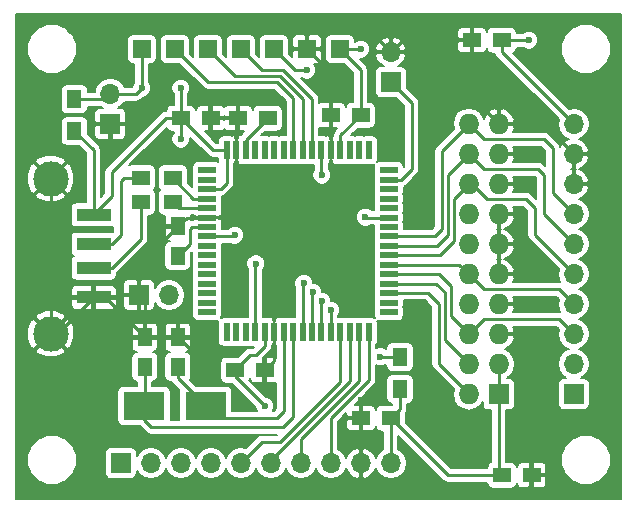
<source format=gtl>
G04 #@! TF.FileFunction,Copper,L1,Top,Signal*
%FSLAX46Y46*%
G04 Gerber Fmt 4.6, Leading zero omitted, Abs format (unit mm)*
G04 Created by KiCad (PCBNEW 4.0.6) date 05/07/17 15:41:17*
%MOMM*%
%LPD*%
G01*
G04 APERTURE LIST*
%ADD10C,0.100000*%
%ADD11R,1.250000X1.500000*%
%ADD12R,1.500000X1.250000*%
%ADD13R,1.500000X0.550000*%
%ADD14R,0.550000X1.500000*%
%ADD15R,1.700000X1.700000*%
%ADD16O,1.700000X1.700000*%
%ADD17R,1.727200X1.727200*%
%ADD18O,1.727200X1.727200*%
%ADD19C,3.000000*%
%ADD20R,2.880000X1.120000*%
%ADD21R,1.500000X1.300000*%
%ADD22R,1.500000X1.500000*%
%ADD23R,3.500000X2.400000*%
%ADD24R,1.300000X1.500000*%
%ADD25C,0.600000*%
%ADD26C,0.250000*%
%ADD27C,0.200000*%
G04 APERTURE END LIST*
D10*
D11*
X132334000Y-110724000D03*
X132334000Y-108224000D03*
X135128000Y-110724000D03*
X135128000Y-108224000D03*
D12*
X142728000Y-89662000D03*
X140228000Y-89662000D03*
D11*
X135128000Y-101326000D03*
X135128000Y-98826000D03*
D12*
X137902000Y-89662000D03*
X135402000Y-89662000D03*
X142474000Y-110998000D03*
X139974000Y-110998000D03*
X148102000Y-89408000D03*
X150602000Y-89408000D03*
X150642000Y-115062000D03*
X153142000Y-115062000D03*
X165080000Y-119888000D03*
X162580000Y-119888000D03*
X160040000Y-83058000D03*
X162540000Y-83058000D03*
D13*
X137588000Y-94076000D03*
X137588000Y-94876000D03*
X137588000Y-95676000D03*
X137588000Y-96476000D03*
X137588000Y-97276000D03*
X137588000Y-98076000D03*
X137588000Y-98876000D03*
X137588000Y-99676000D03*
X137588000Y-100476000D03*
X137588000Y-101276000D03*
X137588000Y-102076000D03*
X137588000Y-102876000D03*
X137588000Y-103676000D03*
X137588000Y-104476000D03*
X137588000Y-105276000D03*
X137588000Y-106076000D03*
D14*
X139288000Y-107776000D03*
X140088000Y-107776000D03*
X140888000Y-107776000D03*
X141688000Y-107776000D03*
X142488000Y-107776000D03*
X143288000Y-107776000D03*
X144088000Y-107776000D03*
X144888000Y-107776000D03*
X145688000Y-107776000D03*
X146488000Y-107776000D03*
X147288000Y-107776000D03*
X148088000Y-107776000D03*
X148888000Y-107776000D03*
X149688000Y-107776000D03*
X150488000Y-107776000D03*
X151288000Y-107776000D03*
D13*
X152988000Y-106076000D03*
X152988000Y-105276000D03*
X152988000Y-104476000D03*
X152988000Y-103676000D03*
X152988000Y-102876000D03*
X152988000Y-102076000D03*
X152988000Y-101276000D03*
X152988000Y-100476000D03*
X152988000Y-99676000D03*
X152988000Y-98876000D03*
X152988000Y-98076000D03*
X152988000Y-97276000D03*
X152988000Y-96476000D03*
X152988000Y-95676000D03*
X152988000Y-94876000D03*
X152988000Y-94076000D03*
D14*
X151288000Y-92376000D03*
X150488000Y-92376000D03*
X149688000Y-92376000D03*
X148888000Y-92376000D03*
X148088000Y-92376000D03*
X147288000Y-92376000D03*
X146488000Y-92376000D03*
X145688000Y-92376000D03*
X144888000Y-92376000D03*
X144088000Y-92376000D03*
X143288000Y-92376000D03*
X142488000Y-92376000D03*
X141688000Y-92376000D03*
X140888000Y-92376000D03*
X140088000Y-92376000D03*
X139288000Y-92376000D03*
D15*
X130302000Y-118872000D03*
D16*
X132842000Y-118872000D03*
X135382000Y-118872000D03*
X137922000Y-118872000D03*
X140462000Y-118872000D03*
X143002000Y-118872000D03*
X145542000Y-118872000D03*
X148082000Y-118872000D03*
X150622000Y-118872000D03*
X153162000Y-118872000D03*
D15*
X153162000Y-86614000D03*
D16*
X153162000Y-84074000D03*
D17*
X162306000Y-113030000D03*
D18*
X159766000Y-113030000D03*
X162306000Y-110490000D03*
X159766000Y-110490000D03*
X162306000Y-107950000D03*
X159766000Y-107950000D03*
X162306000Y-105410000D03*
X159766000Y-105410000D03*
X162306000Y-102870000D03*
X159766000Y-102870000D03*
X162306000Y-100330000D03*
X159766000Y-100330000D03*
X162306000Y-97790000D03*
X159766000Y-97790000D03*
X162306000Y-95250000D03*
X159766000Y-95250000D03*
X162306000Y-92710000D03*
X159766000Y-92710000D03*
X162306000Y-90170000D03*
X159766000Y-90170000D03*
D15*
X168656000Y-113030000D03*
D16*
X168656000Y-110490000D03*
X168656000Y-107950000D03*
X168656000Y-105410000D03*
X168656000Y-102870000D03*
X168656000Y-100330000D03*
X168656000Y-97790000D03*
X168656000Y-95250000D03*
X168656000Y-92710000D03*
X168656000Y-90170000D03*
D19*
X124352000Y-107916000D03*
D20*
X127992000Y-104846000D03*
X127992000Y-102346000D03*
X127992000Y-100346000D03*
X127992000Y-97846000D03*
D19*
X124352000Y-94776000D03*
D21*
X134700000Y-96774000D03*
X132000000Y-96774000D03*
X134700000Y-94742000D03*
X132000000Y-94742000D03*
D22*
X132080000Y-83820000D03*
X137668000Y-83820000D03*
X143256000Y-83820000D03*
X146050000Y-83820000D03*
X134874000Y-83820000D03*
X140462000Y-83820000D03*
X148844000Y-83820000D03*
D23*
X137474000Y-114046000D03*
X132274000Y-114046000D03*
D15*
X131826000Y-104648000D03*
D16*
X134366000Y-104648000D03*
D15*
X129413000Y-90170000D03*
D16*
X129413000Y-87630000D03*
D24*
X153924000Y-109902000D03*
X153924000Y-112602000D03*
X126365000Y-88058000D03*
X126365000Y-90758000D03*
D25*
X150622000Y-113538000D03*
X140208000Y-109474000D03*
X142494000Y-112522000D03*
X140208000Y-87630000D03*
X159766000Y-121158000D03*
X135382000Y-91440000D03*
X139954000Y-99568000D03*
X142494000Y-114046000D03*
X135382000Y-87122000D03*
X150622000Y-83820000D03*
X164846000Y-83058000D03*
X132080000Y-87122000D03*
X141732000Y-101981000D03*
X145796000Y-103632000D03*
X146558000Y-104394000D03*
X147320000Y-105156000D03*
X148082000Y-105918000D03*
X152273000Y-109855000D03*
X151003000Y-98044000D03*
X146050000Y-85598000D03*
X147320000Y-94488000D03*
D26*
X132334000Y-110724000D02*
X132334000Y-113986000D01*
X132334000Y-113986000D02*
X132274000Y-114046000D01*
X132274000Y-114046000D02*
X132274000Y-115256000D01*
X144888000Y-114954000D02*
X144888000Y-107776000D01*
X144018000Y-115824000D02*
X144888000Y-114954000D01*
X143002000Y-115824000D02*
X144018000Y-115824000D01*
X132842000Y-115824000D02*
X143002000Y-115824000D01*
X132274000Y-115256000D02*
X132842000Y-115824000D01*
X131826000Y-104648000D02*
X131826000Y-102128000D01*
X131826000Y-102128000D02*
X135128000Y-98826000D01*
X131826000Y-104648000D02*
X132334000Y-105156000D01*
X132334000Y-105156000D02*
X132334000Y-108224000D01*
X150642000Y-115062000D02*
X150642000Y-113558000D01*
X150642000Y-113558000D02*
X150622000Y-113538000D01*
X150622000Y-118872000D02*
X150622000Y-115082000D01*
X150622000Y-115082000D02*
X150642000Y-115062000D01*
X132588000Y-107970000D02*
X132334000Y-108224000D01*
X168656000Y-92710000D02*
X168656000Y-95250000D01*
X137588000Y-98076000D02*
X135878000Y-98076000D01*
X135878000Y-98076000D02*
X135128000Y-98826000D01*
X124352000Y-107916000D02*
X124352000Y-94776000D01*
X124352000Y-107916000D02*
X124922000Y-107916000D01*
X124922000Y-107916000D02*
X127992000Y-104846000D01*
X127992000Y-104846000D02*
X128956000Y-104846000D01*
X128956000Y-104846000D02*
X132334000Y-108224000D01*
X135128000Y-108224000D02*
X136378000Y-109474000D01*
X136378000Y-109474000D02*
X140208000Y-109474000D01*
X142474000Y-110998000D02*
X142474000Y-112502000D01*
X142474000Y-112502000D02*
X142494000Y-112522000D01*
X132334000Y-108224000D02*
X135128000Y-108224000D01*
X143288000Y-107776000D02*
X143288000Y-110184000D01*
X143288000Y-110184000D02*
X142474000Y-110998000D01*
X140228000Y-89662000D02*
X140228000Y-87650000D01*
X140228000Y-87650000D02*
X140208000Y-87630000D01*
X140088000Y-92376000D02*
X140088000Y-89802000D01*
X140088000Y-89802000D02*
X140228000Y-89662000D01*
X137902000Y-89662000D02*
X140228000Y-89662000D01*
X146050000Y-83820000D02*
X146050000Y-82296000D01*
X146050000Y-82296000D02*
X151384000Y-82296000D01*
X151384000Y-82296000D02*
X153162000Y-84074000D01*
X160040000Y-83058000D02*
X154178000Y-83058000D01*
X154178000Y-83058000D02*
X153162000Y-84074000D01*
X168656000Y-92710000D02*
X166116000Y-90170000D01*
X166116000Y-90170000D02*
X162306000Y-90170000D01*
X162306000Y-90170000D02*
X160040000Y-87904000D01*
X160040000Y-87904000D02*
X160040000Y-83058000D01*
X146050000Y-83820000D02*
X148102000Y-85872000D01*
X148102000Y-85872000D02*
X148102000Y-89408000D01*
X148102000Y-89408000D02*
X148102000Y-92362000D01*
X148102000Y-92362000D02*
X148088000Y-92376000D01*
X165080000Y-119888000D02*
X165080000Y-120670000D01*
X165080000Y-120670000D02*
X164592000Y-121158000D01*
X164592000Y-121158000D02*
X159766000Y-121158000D01*
X150642000Y-118852000D02*
X150622000Y-118872000D01*
X162306000Y-107950000D02*
X164846000Y-107950000D01*
X165080000Y-108184000D02*
X165080000Y-119888000D01*
X164846000Y-107950000D02*
X165080000Y-108184000D01*
X144088000Y-107776000D02*
X144088000Y-114484000D01*
X143510000Y-115062000D02*
X138490000Y-115062000D01*
X144088000Y-114484000D02*
X143510000Y-115062000D01*
X138490000Y-115062000D02*
X137474000Y-114046000D01*
X135128000Y-110724000D02*
X135128000Y-111700000D01*
X135128000Y-111700000D02*
X137474000Y-114046000D01*
X140888000Y-92376000D02*
X140888000Y-91502000D01*
X140888000Y-91502000D02*
X142728000Y-89662000D01*
X137588000Y-98876000D02*
X136328000Y-98876000D01*
X136144000Y-100310000D02*
X135128000Y-101326000D01*
X136144000Y-99060000D02*
X136144000Y-100310000D01*
X136328000Y-98876000D02*
X136144000Y-99060000D01*
X153924000Y-112602000D02*
X153924000Y-114280000D01*
X153924000Y-114280000D02*
X153142000Y-115062000D01*
X126365000Y-90758000D02*
X127992000Y-92385000D01*
X127992000Y-92385000D02*
X127992000Y-97846000D01*
X127992000Y-97846000D02*
X127992000Y-97814000D01*
X127992000Y-97814000D02*
X129540000Y-96266000D01*
X129540000Y-96266000D02*
X129540000Y-94234000D01*
X129540000Y-94234000D02*
X134112000Y-89662000D01*
X134112000Y-89662000D02*
X135402000Y-89662000D01*
X137588000Y-99676000D02*
X139846000Y-99676000D01*
X135402000Y-91420000D02*
X135402000Y-89662000D01*
X135382000Y-91440000D02*
X135402000Y-91420000D01*
X139846000Y-99676000D02*
X139954000Y-99568000D01*
X139974000Y-110998000D02*
X139974000Y-111526000D01*
X139974000Y-111526000D02*
X142494000Y-114046000D01*
X142488000Y-107776000D02*
X142488000Y-108972000D01*
X141244000Y-109728000D02*
X139974000Y-110998000D01*
X141732000Y-109728000D02*
X141244000Y-109728000D01*
X142488000Y-108972000D02*
X141732000Y-109728000D01*
X137588000Y-95676000D02*
X138766000Y-95676000D01*
X139288000Y-95154000D02*
X139288000Y-92376000D01*
X138766000Y-95676000D02*
X139288000Y-95154000D01*
X139288000Y-92376000D02*
X138116000Y-92376000D01*
X138116000Y-92376000D02*
X135402000Y-89662000D01*
X135402000Y-89662000D02*
X135402000Y-87142000D01*
X135402000Y-87142000D02*
X135382000Y-87122000D01*
X162540000Y-83058000D02*
X164846000Y-83058000D01*
X150622000Y-83820000D02*
X148844000Y-83820000D01*
X162306000Y-110490000D02*
X162306000Y-113030000D01*
X168656000Y-90170000D02*
X162540000Y-84054000D01*
X162540000Y-84054000D02*
X162540000Y-83058000D01*
X148844000Y-83820000D02*
X150602000Y-85578000D01*
X150602000Y-85578000D02*
X150602000Y-89408000D01*
X150602000Y-89408000D02*
X148888000Y-91122000D01*
X148888000Y-91122000D02*
X148888000Y-92376000D01*
X153142000Y-115062000D02*
X153142000Y-118852000D01*
X153142000Y-118852000D02*
X153162000Y-118872000D01*
X162580000Y-119888000D02*
X157968000Y-119888000D01*
X157968000Y-119888000D02*
X153142000Y-115062000D01*
X162306000Y-113030000D02*
X162306000Y-119614000D01*
X162306000Y-119614000D02*
X162580000Y-119888000D01*
X137588000Y-96476000D02*
X136434000Y-96476000D01*
X136434000Y-96476000D02*
X134700000Y-94742000D01*
X137588000Y-97276000D02*
X135202000Y-97276000D01*
X135202000Y-97276000D02*
X134700000Y-96774000D01*
X141688000Y-107776000D02*
X141688000Y-102025000D01*
X141688000Y-102025000D02*
X141732000Y-101981000D01*
X132080000Y-87122000D02*
X131953000Y-87122000D01*
X131953000Y-87122000D02*
X131953000Y-87249000D01*
X126365000Y-88058000D02*
X128985000Y-88058000D01*
X128985000Y-88058000D02*
X129413000Y-87630000D01*
X129413000Y-87630000D02*
X131572000Y-87630000D01*
X131572000Y-87630000D02*
X131953000Y-87249000D01*
X131953000Y-87249000D02*
X132080000Y-87122000D01*
X132080000Y-87122000D02*
X132080000Y-83820000D01*
X145688000Y-107776000D02*
X145688000Y-103740000D01*
X145688000Y-103740000D02*
X145796000Y-103632000D01*
X146488000Y-107776000D02*
X146488000Y-104464000D01*
X146488000Y-104464000D02*
X146558000Y-104394000D01*
X147288000Y-107776000D02*
X147288000Y-105188000D01*
X147288000Y-105188000D02*
X147320000Y-105156000D01*
X148088000Y-107776000D02*
X148088000Y-105924000D01*
X148088000Y-105924000D02*
X148082000Y-105918000D01*
X148888000Y-107776000D02*
X148888000Y-111970000D01*
X142240000Y-117094000D02*
X140462000Y-118872000D01*
X143764000Y-117094000D02*
X142240000Y-117094000D01*
X148888000Y-111970000D02*
X143764000Y-117094000D01*
X149688000Y-107776000D02*
X149688000Y-111932000D01*
X149688000Y-111932000D02*
X143002000Y-118618000D01*
X143002000Y-118618000D02*
X143002000Y-118872000D01*
X150488000Y-107776000D02*
X150488000Y-111894000D01*
X145542000Y-116840000D02*
X145542000Y-118872000D01*
X150488000Y-111894000D02*
X145542000Y-116840000D01*
X151288000Y-107776000D02*
X151288000Y-111856000D01*
X148082000Y-115062000D02*
X148082000Y-118872000D01*
X151288000Y-111856000D02*
X148082000Y-115062000D01*
X152988000Y-104476000D02*
X156292000Y-104476000D01*
X157226000Y-110490000D02*
X159766000Y-113030000D01*
X157226000Y-105410000D02*
X157226000Y-110490000D01*
X156292000Y-104476000D02*
X157226000Y-105410000D01*
X152988000Y-103676000D02*
X157016000Y-103676000D01*
X157734000Y-108458000D02*
X159766000Y-110490000D01*
X157734000Y-104394000D02*
X157734000Y-108458000D01*
X157016000Y-103676000D02*
X157734000Y-104394000D01*
X159766000Y-107950000D02*
X161036000Y-106680000D01*
X167386000Y-106680000D02*
X168656000Y-107950000D01*
X161036000Y-106680000D02*
X167386000Y-106680000D01*
X152988000Y-102876000D02*
X157232000Y-102876000D01*
X158242000Y-106426000D02*
X159766000Y-107950000D01*
X158242000Y-103886000D02*
X158242000Y-106426000D01*
X157232000Y-102876000D02*
X158242000Y-103886000D01*
X159766000Y-102870000D02*
X161036000Y-104140000D01*
X167386000Y-104140000D02*
X168656000Y-105410000D01*
X161036000Y-104140000D02*
X167386000Y-104140000D01*
X152988000Y-102076000D02*
X158972000Y-102076000D01*
X158972000Y-102076000D02*
X159766000Y-102870000D01*
X159766000Y-95250000D02*
X160020000Y-95250000D01*
X160020000Y-95250000D02*
X161290000Y-96520000D01*
X165354000Y-99568000D02*
X168656000Y-102870000D01*
X165354000Y-97282000D02*
X165354000Y-99568000D01*
X164592000Y-96520000D02*
X165354000Y-97282000D01*
X161290000Y-96520000D02*
X164592000Y-96520000D01*
X152988000Y-101276000D02*
X157296000Y-101276000D01*
X158496000Y-96520000D02*
X159766000Y-95250000D01*
X158496000Y-100076000D02*
X158496000Y-96520000D01*
X157296000Y-101276000D02*
X158496000Y-100076000D01*
X159766000Y-92710000D02*
X161036000Y-93980000D01*
X166116000Y-97790000D02*
X168656000Y-100330000D01*
X166116000Y-94488000D02*
X166116000Y-97790000D01*
X165608000Y-93980000D02*
X166116000Y-94488000D01*
X161036000Y-93980000D02*
X165608000Y-93980000D01*
X152988000Y-100476000D02*
X157080000Y-100476000D01*
X157988000Y-94488000D02*
X159766000Y-92710000D01*
X157988000Y-99568000D02*
X157988000Y-94488000D01*
X157080000Y-100476000D02*
X157988000Y-99568000D01*
X159766000Y-90170000D02*
X161036000Y-91440000D01*
X166878000Y-96012000D02*
X168656000Y-97790000D01*
X166878000Y-92202000D02*
X166878000Y-96012000D01*
X166116000Y-91440000D02*
X166878000Y-92202000D01*
X161036000Y-91440000D02*
X166116000Y-91440000D01*
X152988000Y-99676000D02*
X156864000Y-99676000D01*
X157480000Y-92456000D02*
X159766000Y-90170000D01*
X157480000Y-99060000D02*
X157480000Y-92456000D01*
X156864000Y-99676000D02*
X157480000Y-99060000D01*
X153924000Y-109902000D02*
X152320000Y-109902000D01*
X152320000Y-109902000D02*
X152273000Y-109855000D01*
X152988000Y-98076000D02*
X151035000Y-98076000D01*
X151035000Y-98076000D02*
X151003000Y-98044000D01*
X152988000Y-94876000D02*
X154044000Y-94876000D01*
X154940000Y-88392000D02*
X153162000Y-86614000D01*
X154940000Y-93980000D02*
X154940000Y-88392000D01*
X154044000Y-94876000D02*
X154940000Y-93980000D01*
X147288000Y-92376000D02*
X147288000Y-94456000D01*
X145034000Y-85598000D02*
X143256000Y-83820000D01*
X146050000Y-85598000D02*
X145034000Y-85598000D01*
X147288000Y-94456000D02*
X147320000Y-94488000D01*
X146488000Y-92376000D02*
X146488000Y-88068000D01*
X142240000Y-85598000D02*
X140462000Y-83820000D01*
X144018000Y-85598000D02*
X142240000Y-85598000D01*
X146488000Y-88068000D02*
X144018000Y-85598000D01*
X145688000Y-92376000D02*
X145688000Y-88030000D01*
X139954000Y-86106000D02*
X137668000Y-83820000D01*
X143764000Y-86106000D02*
X139954000Y-86106000D01*
X145688000Y-88030000D02*
X143764000Y-86106000D01*
X144888000Y-92376000D02*
X144888000Y-87992000D01*
X137668000Y-86614000D02*
X134874000Y-83820000D01*
X143510000Y-86614000D02*
X137668000Y-86614000D01*
X144888000Y-87992000D02*
X143510000Y-86614000D01*
X132000000Y-96774000D02*
X132000000Y-99902000D01*
X129556000Y-102346000D02*
X127992000Y-102346000D01*
X132000000Y-99902000D02*
X129556000Y-102346000D01*
X132000000Y-94742000D02*
X130556000Y-94742000D01*
X129524000Y-100346000D02*
X127992000Y-100346000D01*
X130302000Y-99568000D02*
X129524000Y-100346000D01*
X130302000Y-94996000D02*
X130302000Y-99568000D01*
X130556000Y-94742000D02*
X130302000Y-94996000D01*
D27*
G36*
X172678000Y-121878000D02*
X121454000Y-121878000D01*
X121454000Y-119033883D01*
X122359637Y-119033883D01*
X122678669Y-119806000D01*
X123268893Y-120397255D01*
X124040452Y-120717634D01*
X124875883Y-120718363D01*
X125648000Y-120399331D01*
X126239255Y-119809107D01*
X126559634Y-119037548D01*
X126560363Y-118202117D01*
X126241331Y-117430000D01*
X125651107Y-116838745D01*
X124879548Y-116518366D01*
X124044117Y-116517637D01*
X123272000Y-116836669D01*
X122680745Y-117426893D01*
X122360366Y-118198452D01*
X122359637Y-119033883D01*
X121454000Y-119033883D01*
X121454000Y-109338393D01*
X123071028Y-109338393D01*
X123235742Y-109622527D01*
X123973772Y-109919798D01*
X124769384Y-109912010D01*
X125468258Y-109622527D01*
X125632972Y-109338393D01*
X124352000Y-108057421D01*
X123071028Y-109338393D01*
X121454000Y-109338393D01*
X121454000Y-107537772D01*
X122348202Y-107537772D01*
X122355990Y-108333384D01*
X122645473Y-109032258D01*
X122929607Y-109196972D01*
X124210579Y-107916000D01*
X124493421Y-107916000D01*
X125774393Y-109196972D01*
X126058527Y-109032258D01*
X126355798Y-108294228D01*
X126348010Y-107498616D01*
X126296618Y-107374544D01*
X131209000Y-107374544D01*
X131209000Y-107999000D01*
X131334000Y-108124000D01*
X132234000Y-108124000D01*
X132234000Y-107099000D01*
X132434000Y-107099000D01*
X132434000Y-108124000D01*
X133334000Y-108124000D01*
X133459000Y-107999000D01*
X133459000Y-107374544D01*
X134003000Y-107374544D01*
X134003000Y-107999000D01*
X134128000Y-108124000D01*
X135028000Y-108124000D01*
X135028000Y-107099000D01*
X135228000Y-107099000D01*
X135228000Y-108124000D01*
X136128000Y-108124000D01*
X136253000Y-107999000D01*
X136253000Y-107374544D01*
X136176880Y-107190773D01*
X136036227Y-107050121D01*
X135852456Y-106974000D01*
X135353000Y-106974000D01*
X135228000Y-107099000D01*
X135028000Y-107099000D01*
X134903000Y-106974000D01*
X134403544Y-106974000D01*
X134219773Y-107050121D01*
X134079120Y-107190773D01*
X134003000Y-107374544D01*
X133459000Y-107374544D01*
X133382880Y-107190773D01*
X133242227Y-107050121D01*
X133058456Y-106974000D01*
X132559000Y-106974000D01*
X132434000Y-107099000D01*
X132234000Y-107099000D01*
X132109000Y-106974000D01*
X131609544Y-106974000D01*
X131425773Y-107050121D01*
X131285120Y-107190773D01*
X131209000Y-107374544D01*
X126296618Y-107374544D01*
X126058527Y-106799742D01*
X125774393Y-106635028D01*
X124493421Y-107916000D01*
X124210579Y-107916000D01*
X122929607Y-106635028D01*
X122645473Y-106799742D01*
X122348202Y-107537772D01*
X121454000Y-107537772D01*
X121454000Y-106493607D01*
X123071028Y-106493607D01*
X124352000Y-107774579D01*
X125632972Y-106493607D01*
X125468258Y-106209473D01*
X124730228Y-105912202D01*
X123934616Y-105919990D01*
X123235742Y-106209473D01*
X123071028Y-106493607D01*
X121454000Y-106493607D01*
X121454000Y-105071000D01*
X126052000Y-105071000D01*
X126052000Y-105505456D01*
X126128120Y-105689227D01*
X126268773Y-105829879D01*
X126452544Y-105906000D01*
X127767000Y-105906000D01*
X127892000Y-105781000D01*
X127892000Y-104946000D01*
X128092000Y-104946000D01*
X128092000Y-105781000D01*
X128217000Y-105906000D01*
X129531456Y-105906000D01*
X129715227Y-105829879D01*
X129855880Y-105689227D01*
X129932000Y-105505456D01*
X129932000Y-105071000D01*
X129807000Y-104946000D01*
X128092000Y-104946000D01*
X127892000Y-104946000D01*
X126177000Y-104946000D01*
X126052000Y-105071000D01*
X121454000Y-105071000D01*
X121454000Y-104873000D01*
X130476000Y-104873000D01*
X130476000Y-105597456D01*
X130552120Y-105781227D01*
X130692773Y-105921879D01*
X130876544Y-105998000D01*
X131601000Y-105998000D01*
X131726000Y-105873000D01*
X131726000Y-104748000D01*
X130601000Y-104748000D01*
X130476000Y-104873000D01*
X121454000Y-104873000D01*
X121454000Y-104186544D01*
X126052000Y-104186544D01*
X126052000Y-104621000D01*
X126177000Y-104746000D01*
X127892000Y-104746000D01*
X127892000Y-103911000D01*
X128092000Y-103911000D01*
X128092000Y-104746000D01*
X129807000Y-104746000D01*
X129932000Y-104621000D01*
X129932000Y-104186544D01*
X129855880Y-104002773D01*
X129715227Y-103862121D01*
X129531456Y-103786000D01*
X128217000Y-103786000D01*
X128092000Y-103911000D01*
X127892000Y-103911000D01*
X127767000Y-103786000D01*
X126452544Y-103786000D01*
X126268773Y-103862121D01*
X126128120Y-104002773D01*
X126052000Y-104186544D01*
X121454000Y-104186544D01*
X121454000Y-103698544D01*
X130476000Y-103698544D01*
X130476000Y-104423000D01*
X130601000Y-104548000D01*
X131726000Y-104548000D01*
X131726000Y-103423000D01*
X131926000Y-103423000D01*
X131926000Y-104548000D01*
X131946000Y-104548000D01*
X131946000Y-104748000D01*
X131926000Y-104748000D01*
X131926000Y-105873000D01*
X132051000Y-105998000D01*
X132775456Y-105998000D01*
X132959227Y-105921879D01*
X133099880Y-105781227D01*
X133176000Y-105597456D01*
X133176000Y-105276732D01*
X133411406Y-105629042D01*
X133849377Y-105921685D01*
X134366000Y-106024448D01*
X134882623Y-105921685D01*
X135320594Y-105629042D01*
X135613237Y-105191071D01*
X135716000Y-104674448D01*
X135716000Y-104621552D01*
X135613237Y-104104929D01*
X135320594Y-103666958D01*
X134882623Y-103374315D01*
X134366000Y-103271552D01*
X133849377Y-103374315D01*
X133411406Y-103666958D01*
X133176000Y-104019268D01*
X133176000Y-103698544D01*
X133099880Y-103514773D01*
X132959227Y-103374121D01*
X132775456Y-103298000D01*
X132051000Y-103298000D01*
X131926000Y-103423000D01*
X131726000Y-103423000D01*
X131601000Y-103298000D01*
X130876544Y-103298000D01*
X130692773Y-103374121D01*
X130552120Y-103514773D01*
X130476000Y-103698544D01*
X121454000Y-103698544D01*
X121454000Y-96198393D01*
X123071028Y-96198393D01*
X123235742Y-96482527D01*
X123973772Y-96779798D01*
X124769384Y-96772010D01*
X125468258Y-96482527D01*
X125632972Y-96198393D01*
X124352000Y-94917421D01*
X123071028Y-96198393D01*
X121454000Y-96198393D01*
X121454000Y-94397772D01*
X122348202Y-94397772D01*
X122355990Y-95193384D01*
X122645473Y-95892258D01*
X122929607Y-96056972D01*
X124210579Y-94776000D01*
X124493421Y-94776000D01*
X125774393Y-96056972D01*
X126058527Y-95892258D01*
X126355798Y-95154228D01*
X126348010Y-94358616D01*
X126058527Y-93659742D01*
X125774393Y-93495028D01*
X124493421Y-94776000D01*
X124210579Y-94776000D01*
X122929607Y-93495028D01*
X122645473Y-93659742D01*
X122348202Y-94397772D01*
X121454000Y-94397772D01*
X121454000Y-93353607D01*
X123071028Y-93353607D01*
X124352000Y-94634579D01*
X125632972Y-93353607D01*
X125468258Y-93069473D01*
X124730228Y-92772202D01*
X123934616Y-92779990D01*
X123235742Y-93069473D01*
X123071028Y-93353607D01*
X121454000Y-93353607D01*
X121454000Y-90008000D01*
X125205205Y-90008000D01*
X125205205Y-91508000D01*
X125240069Y-91693289D01*
X125349575Y-91863465D01*
X125516661Y-91977630D01*
X125715000Y-92017795D01*
X126740912Y-92017795D01*
X127367000Y-92643883D01*
X127367000Y-96776205D01*
X126552000Y-96776205D01*
X126366711Y-96811069D01*
X126196535Y-96920575D01*
X126082370Y-97087661D01*
X126042205Y-97286000D01*
X126042205Y-98406000D01*
X126077069Y-98591289D01*
X126186575Y-98761465D01*
X126353661Y-98875630D01*
X126552000Y-98915795D01*
X129432000Y-98915795D01*
X129617289Y-98880931D01*
X129677000Y-98842508D01*
X129677000Y-99309116D01*
X129653750Y-99332366D01*
X129630339Y-99316370D01*
X129432000Y-99276205D01*
X126552000Y-99276205D01*
X126366711Y-99311069D01*
X126196535Y-99420575D01*
X126082370Y-99587661D01*
X126042205Y-99786000D01*
X126042205Y-100906000D01*
X126077069Y-101091289D01*
X126186575Y-101261465D01*
X126311330Y-101346706D01*
X126196535Y-101420575D01*
X126082370Y-101587661D01*
X126042205Y-101786000D01*
X126042205Y-102906000D01*
X126077069Y-103091289D01*
X126186575Y-103261465D01*
X126353661Y-103375630D01*
X126552000Y-103415795D01*
X129432000Y-103415795D01*
X129617289Y-103380931D01*
X129787465Y-103271425D01*
X129901630Y-103104339D01*
X129941795Y-102906000D01*
X129941795Y-102825458D01*
X129997942Y-102787942D01*
X132441942Y-100343942D01*
X132577425Y-100141177D01*
X132625000Y-99902000D01*
X132625000Y-97933795D01*
X132750000Y-97933795D01*
X132935289Y-97898931D01*
X133105465Y-97789425D01*
X133219630Y-97622339D01*
X133259795Y-97424000D01*
X133259795Y-96124000D01*
X133224931Y-95938711D01*
X133115425Y-95768535D01*
X133102221Y-95759513D01*
X133105465Y-95757425D01*
X133219630Y-95590339D01*
X133259795Y-95392000D01*
X133259795Y-94092000D01*
X133224931Y-93906711D01*
X133115425Y-93736535D01*
X132948339Y-93622370D01*
X132750000Y-93582205D01*
X131250000Y-93582205D01*
X131064711Y-93617069D01*
X130997683Y-93660200D01*
X134180407Y-90477476D01*
X134286575Y-90642465D01*
X134453661Y-90756630D01*
X134652000Y-90796795D01*
X134777000Y-90796795D01*
X134777000Y-90913560D01*
X134704188Y-90986245D01*
X134582139Y-91280172D01*
X134581861Y-91598432D01*
X134703397Y-91892572D01*
X134928245Y-92117812D01*
X135222172Y-92239861D01*
X135540432Y-92240139D01*
X135834572Y-92118603D01*
X136059812Y-91893755D01*
X136181861Y-91599828D01*
X136182100Y-91325984D01*
X137674056Y-92817939D01*
X137674058Y-92817942D01*
X137793787Y-92897942D01*
X137876823Y-92953425D01*
X138116000Y-93001001D01*
X138116005Y-93001000D01*
X138503205Y-93001000D01*
X138503205Y-93126000D01*
X138538069Y-93311289D01*
X138562488Y-93349237D01*
X138536339Y-93331370D01*
X138338000Y-93291205D01*
X136838000Y-93291205D01*
X136652711Y-93326069D01*
X136482535Y-93435575D01*
X136368370Y-93602661D01*
X136328205Y-93801000D01*
X136328205Y-94351000D01*
X136352589Y-94480590D01*
X136328205Y-94601000D01*
X136328205Y-95151000D01*
X136352589Y-95280590D01*
X136328205Y-95401000D01*
X136328205Y-95486321D01*
X135959795Y-95117911D01*
X135959795Y-94092000D01*
X135924931Y-93906711D01*
X135815425Y-93736535D01*
X135648339Y-93622370D01*
X135450000Y-93582205D01*
X133950000Y-93582205D01*
X133764711Y-93617069D01*
X133594535Y-93726575D01*
X133480370Y-93893661D01*
X133440205Y-94092000D01*
X133440205Y-95392000D01*
X133475069Y-95577289D01*
X133584575Y-95747465D01*
X133597779Y-95756487D01*
X133594535Y-95758575D01*
X133480370Y-95925661D01*
X133440205Y-96124000D01*
X133440205Y-97424000D01*
X133475069Y-97609289D01*
X133584575Y-97779465D01*
X133751661Y-97893630D01*
X133950000Y-97933795D01*
X134020707Y-97933795D01*
X134003000Y-97976544D01*
X134003000Y-98601000D01*
X134128000Y-98726000D01*
X135028000Y-98726000D01*
X135028000Y-98706000D01*
X135228000Y-98706000D01*
X135228000Y-98726000D01*
X135248000Y-98726000D01*
X135248000Y-98926000D01*
X135228000Y-98926000D01*
X135228000Y-98946000D01*
X135028000Y-98946000D01*
X135028000Y-98926000D01*
X134128000Y-98926000D01*
X134003000Y-99051000D01*
X134003000Y-99675456D01*
X134079120Y-99859227D01*
X134219773Y-99999879D01*
X134403544Y-100076000D01*
X134450943Y-100076000D01*
X134317711Y-100101069D01*
X134147535Y-100210575D01*
X134033370Y-100377661D01*
X133993205Y-100576000D01*
X133993205Y-102076000D01*
X134028069Y-102261289D01*
X134137575Y-102431465D01*
X134304661Y-102545630D01*
X134503000Y-102585795D01*
X135753000Y-102585795D01*
X135938289Y-102550931D01*
X136108465Y-102441425D01*
X136222630Y-102274339D01*
X136262795Y-102076000D01*
X136262795Y-101075089D01*
X136328205Y-101009679D01*
X136328205Y-101551000D01*
X136352589Y-101680590D01*
X136328205Y-101801000D01*
X136328205Y-102351000D01*
X136352589Y-102480590D01*
X136328205Y-102601000D01*
X136328205Y-103151000D01*
X136352589Y-103280590D01*
X136328205Y-103401000D01*
X136328205Y-103951000D01*
X136352589Y-104080590D01*
X136328205Y-104201000D01*
X136328205Y-104751000D01*
X136352589Y-104880590D01*
X136328205Y-105001000D01*
X136328205Y-105551000D01*
X136352589Y-105680590D01*
X136328205Y-105801000D01*
X136328205Y-106351000D01*
X136363069Y-106536289D01*
X136472575Y-106706465D01*
X136639661Y-106820630D01*
X136838000Y-106860795D01*
X138338000Y-106860795D01*
X138523289Y-106825931D01*
X138561237Y-106801512D01*
X138543370Y-106827661D01*
X138503205Y-107026000D01*
X138503205Y-108526000D01*
X138538069Y-108711289D01*
X138647575Y-108881465D01*
X138814661Y-108995630D01*
X139013000Y-109035795D01*
X139563000Y-109035795D01*
X139692590Y-109011411D01*
X139813000Y-109035795D01*
X140363000Y-109035795D01*
X140492590Y-109011411D01*
X140613000Y-109035795D01*
X141163000Y-109035795D01*
X141292590Y-109011411D01*
X141413000Y-109035795D01*
X141540321Y-109035795D01*
X141473116Y-109103000D01*
X141244000Y-109103000D01*
X141004822Y-109150575D01*
X140802058Y-109286058D01*
X140224911Y-109863205D01*
X139224000Y-109863205D01*
X139038711Y-109898069D01*
X138868535Y-110007575D01*
X138754370Y-110174661D01*
X138714205Y-110373000D01*
X138714205Y-111623000D01*
X138749069Y-111808289D01*
X138858575Y-111978465D01*
X139025661Y-112092630D01*
X139224000Y-112132795D01*
X139696911Y-112132795D01*
X141693926Y-114129810D01*
X141693861Y-114204432D01*
X141789956Y-114437000D01*
X139733795Y-114437000D01*
X139733795Y-112846000D01*
X139698931Y-112660711D01*
X139589425Y-112490535D01*
X139422339Y-112376370D01*
X139224000Y-112336205D01*
X136648089Y-112336205D01*
X136125856Y-111813972D01*
X136222630Y-111672339D01*
X136262795Y-111474000D01*
X136262795Y-109974000D01*
X136227931Y-109788711D01*
X136118425Y-109618535D01*
X135951339Y-109504370D01*
X135801369Y-109474000D01*
X135852456Y-109474000D01*
X136036227Y-109397879D01*
X136176880Y-109257227D01*
X136253000Y-109073456D01*
X136253000Y-108449000D01*
X136128000Y-108324000D01*
X135228000Y-108324000D01*
X135228000Y-108344000D01*
X135028000Y-108344000D01*
X135028000Y-108324000D01*
X134128000Y-108324000D01*
X134003000Y-108449000D01*
X134003000Y-109073456D01*
X134079120Y-109257227D01*
X134219773Y-109397879D01*
X134403544Y-109474000D01*
X134450943Y-109474000D01*
X134317711Y-109499069D01*
X134147535Y-109608575D01*
X134033370Y-109775661D01*
X133993205Y-109974000D01*
X133993205Y-111474000D01*
X134028069Y-111659289D01*
X134137575Y-111829465D01*
X134304661Y-111943630D01*
X134503000Y-111983795D01*
X134580388Y-111983795D01*
X134686058Y-112141942D01*
X135243829Y-112699713D01*
X135214205Y-112846000D01*
X135214205Y-115199000D01*
X134533795Y-115199000D01*
X134533795Y-112846000D01*
X134498931Y-112660711D01*
X134389425Y-112490535D01*
X134222339Y-112376370D01*
X134024000Y-112336205D01*
X132959000Y-112336205D01*
X132959000Y-111983795D01*
X133144289Y-111948931D01*
X133314465Y-111839425D01*
X133428630Y-111672339D01*
X133468795Y-111474000D01*
X133468795Y-109974000D01*
X133433931Y-109788711D01*
X133324425Y-109618535D01*
X133157339Y-109504370D01*
X133007369Y-109474000D01*
X133058456Y-109474000D01*
X133242227Y-109397879D01*
X133382880Y-109257227D01*
X133459000Y-109073456D01*
X133459000Y-108449000D01*
X133334000Y-108324000D01*
X132434000Y-108324000D01*
X132434000Y-108344000D01*
X132234000Y-108344000D01*
X132234000Y-108324000D01*
X131334000Y-108324000D01*
X131209000Y-108449000D01*
X131209000Y-109073456D01*
X131285120Y-109257227D01*
X131425773Y-109397879D01*
X131609544Y-109474000D01*
X131656943Y-109474000D01*
X131523711Y-109499069D01*
X131353535Y-109608575D01*
X131239370Y-109775661D01*
X131199205Y-109974000D01*
X131199205Y-111474000D01*
X131234069Y-111659289D01*
X131343575Y-111829465D01*
X131510661Y-111943630D01*
X131709000Y-111983795D01*
X131709000Y-112336205D01*
X130524000Y-112336205D01*
X130338711Y-112371069D01*
X130168535Y-112480575D01*
X130054370Y-112647661D01*
X130014205Y-112846000D01*
X130014205Y-115246000D01*
X130049069Y-115431289D01*
X130158575Y-115601465D01*
X130325661Y-115715630D01*
X130524000Y-115755795D01*
X131889911Y-115755795D01*
X132400058Y-116265942D01*
X132602822Y-116401425D01*
X132842000Y-116449000D01*
X143525116Y-116449000D01*
X143505116Y-116469000D01*
X142240005Y-116469000D01*
X142240000Y-116468999D01*
X142000823Y-116516575D01*
X141798058Y-116652058D01*
X140872842Y-117577274D01*
X140462000Y-117495552D01*
X139945377Y-117598315D01*
X139507406Y-117890958D01*
X139214763Y-118328929D01*
X139192000Y-118443366D01*
X139169237Y-118328929D01*
X138876594Y-117890958D01*
X138438623Y-117598315D01*
X137922000Y-117495552D01*
X137405377Y-117598315D01*
X136967406Y-117890958D01*
X136674763Y-118328929D01*
X136652000Y-118443366D01*
X136629237Y-118328929D01*
X136336594Y-117890958D01*
X135898623Y-117598315D01*
X135382000Y-117495552D01*
X134865377Y-117598315D01*
X134427406Y-117890958D01*
X134134763Y-118328929D01*
X134112000Y-118443366D01*
X134089237Y-118328929D01*
X133796594Y-117890958D01*
X133358623Y-117598315D01*
X132842000Y-117495552D01*
X132325377Y-117598315D01*
X131887406Y-117890958D01*
X131661795Y-118228609D01*
X131661795Y-118022000D01*
X131626931Y-117836711D01*
X131517425Y-117666535D01*
X131350339Y-117552370D01*
X131152000Y-117512205D01*
X129452000Y-117512205D01*
X129266711Y-117547069D01*
X129096535Y-117656575D01*
X128982370Y-117823661D01*
X128942205Y-118022000D01*
X128942205Y-119722000D01*
X128977069Y-119907289D01*
X129086575Y-120077465D01*
X129253661Y-120191630D01*
X129452000Y-120231795D01*
X131152000Y-120231795D01*
X131337289Y-120196931D01*
X131507465Y-120087425D01*
X131621630Y-119920339D01*
X131661795Y-119722000D01*
X131661795Y-119515391D01*
X131887406Y-119853042D01*
X132325377Y-120145685D01*
X132842000Y-120248448D01*
X133358623Y-120145685D01*
X133796594Y-119853042D01*
X134089237Y-119415071D01*
X134112000Y-119300634D01*
X134134763Y-119415071D01*
X134427406Y-119853042D01*
X134865377Y-120145685D01*
X135382000Y-120248448D01*
X135898623Y-120145685D01*
X136336594Y-119853042D01*
X136629237Y-119415071D01*
X136652000Y-119300634D01*
X136674763Y-119415071D01*
X136967406Y-119853042D01*
X137405377Y-120145685D01*
X137922000Y-120248448D01*
X138438623Y-120145685D01*
X138876594Y-119853042D01*
X139169237Y-119415071D01*
X139192000Y-119300634D01*
X139214763Y-119415071D01*
X139507406Y-119853042D01*
X139945377Y-120145685D01*
X140462000Y-120248448D01*
X140978623Y-120145685D01*
X141416594Y-119853042D01*
X141709237Y-119415071D01*
X141732000Y-119300634D01*
X141754763Y-119415071D01*
X142047406Y-119853042D01*
X142485377Y-120145685D01*
X143002000Y-120248448D01*
X143518623Y-120145685D01*
X143956594Y-119853042D01*
X144249237Y-119415071D01*
X144272000Y-119300634D01*
X144294763Y-119415071D01*
X144587406Y-119853042D01*
X145025377Y-120145685D01*
X145542000Y-120248448D01*
X146058623Y-120145685D01*
X146496594Y-119853042D01*
X146789237Y-119415071D01*
X146812000Y-119300634D01*
X146834763Y-119415071D01*
X147127406Y-119853042D01*
X147565377Y-120145685D01*
X148082000Y-120248448D01*
X148598623Y-120145685D01*
X149036594Y-119853042D01*
X149329237Y-119415071D01*
X149355119Y-119284956D01*
X149526341Y-119660704D01*
X149911567Y-120019958D01*
X150312625Y-120186072D01*
X150522000Y-120092912D01*
X150522000Y-118972000D01*
X150502000Y-118972000D01*
X150502000Y-118772000D01*
X150522000Y-118772000D01*
X150522000Y-117651088D01*
X150312625Y-117557928D01*
X149911567Y-117724042D01*
X149526341Y-118083296D01*
X149355119Y-118459044D01*
X149329237Y-118328929D01*
X149036594Y-117890958D01*
X148707000Y-117670730D01*
X148707000Y-115320884D01*
X148740884Y-115287000D01*
X149392000Y-115287000D01*
X149392000Y-115786456D01*
X149468121Y-115970227D01*
X149608773Y-116110880D01*
X149792544Y-116187000D01*
X150417000Y-116187000D01*
X150542000Y-116062000D01*
X150542000Y-115162000D01*
X149517000Y-115162000D01*
X149392000Y-115287000D01*
X148740884Y-115287000D01*
X149392000Y-114635884D01*
X149392000Y-114837000D01*
X149517000Y-114962000D01*
X150542000Y-114962000D01*
X150542000Y-114062000D01*
X150417000Y-113937000D01*
X150090884Y-113937000D01*
X151729942Y-112297942D01*
X151865425Y-112095177D01*
X151913001Y-111856000D01*
X151913000Y-111855995D01*
X151913000Y-110571742D01*
X152113172Y-110654861D01*
X152431432Y-110655139D01*
X152725572Y-110533603D01*
X152732187Y-110527000D01*
X152764205Y-110527000D01*
X152764205Y-110652000D01*
X152799069Y-110837289D01*
X152908575Y-111007465D01*
X153075661Y-111121630D01*
X153274000Y-111161795D01*
X154574000Y-111161795D01*
X154759289Y-111126931D01*
X154929465Y-111017425D01*
X155043630Y-110850339D01*
X155083795Y-110652000D01*
X155083795Y-109152000D01*
X155048931Y-108966711D01*
X154939425Y-108796535D01*
X154772339Y-108682370D01*
X154574000Y-108642205D01*
X153274000Y-108642205D01*
X153088711Y-108677069D01*
X152918535Y-108786575D01*
X152804370Y-108953661D01*
X152764205Y-109152000D01*
X152764205Y-109214703D01*
X152726755Y-109177188D01*
X152432828Y-109055139D01*
X152114568Y-109054861D01*
X151913000Y-109138147D01*
X151913000Y-108894942D01*
X151918465Y-108891425D01*
X152032630Y-108724339D01*
X152072795Y-108526000D01*
X152072795Y-107026000D01*
X152037931Y-106840711D01*
X152013512Y-106802763D01*
X152039661Y-106820630D01*
X152238000Y-106860795D01*
X153738000Y-106860795D01*
X153923289Y-106825931D01*
X154093465Y-106716425D01*
X154207630Y-106549339D01*
X154247795Y-106351000D01*
X154247795Y-105801000D01*
X154223411Y-105671410D01*
X154247795Y-105551000D01*
X154247795Y-105101000D01*
X156033116Y-105101000D01*
X156601000Y-105668883D01*
X156601000Y-110490000D01*
X156648575Y-110729177D01*
X156784058Y-110931942D01*
X158477558Y-112625441D01*
X158402400Y-113003285D01*
X158402400Y-113056715D01*
X158506198Y-113578542D01*
X158801789Y-114020926D01*
X159244173Y-114316517D01*
X159766000Y-114420315D01*
X160287827Y-114316517D01*
X160730211Y-114020926D01*
X160932605Y-113718021D01*
X160932605Y-113893600D01*
X160967469Y-114078889D01*
X161076975Y-114249065D01*
X161244061Y-114363230D01*
X161442400Y-114403395D01*
X161681000Y-114403395D01*
X161681000Y-118781241D01*
X161644711Y-118788069D01*
X161474535Y-118897575D01*
X161360370Y-119064661D01*
X161320205Y-119263000D01*
X158226883Y-119263000D01*
X154401795Y-115437911D01*
X154401795Y-114668284D01*
X154501425Y-114519177D01*
X154549000Y-114280000D01*
X154549000Y-113861795D01*
X154574000Y-113861795D01*
X154759289Y-113826931D01*
X154929465Y-113717425D01*
X155043630Y-113550339D01*
X155083795Y-113352000D01*
X155083795Y-111852000D01*
X155048931Y-111666711D01*
X154939425Y-111496535D01*
X154772339Y-111382370D01*
X154574000Y-111342205D01*
X153274000Y-111342205D01*
X153088711Y-111377069D01*
X152918535Y-111486575D01*
X152804370Y-111653661D01*
X152764205Y-111852000D01*
X152764205Y-113352000D01*
X152799069Y-113537289D01*
X152908575Y-113707465D01*
X153075661Y-113821630D01*
X153274000Y-113861795D01*
X153299000Y-113861795D01*
X153299000Y-113927205D01*
X152392000Y-113927205D01*
X152206711Y-113962069D01*
X152036535Y-114071575D01*
X151922370Y-114238661D01*
X151892000Y-114388631D01*
X151892000Y-114337544D01*
X151815879Y-114153773D01*
X151675227Y-114013120D01*
X151491456Y-113937000D01*
X150867000Y-113937000D01*
X150742000Y-114062000D01*
X150742000Y-114962000D01*
X150762000Y-114962000D01*
X150762000Y-115162000D01*
X150742000Y-115162000D01*
X150742000Y-116062000D01*
X150867000Y-116187000D01*
X151491456Y-116187000D01*
X151675227Y-116110880D01*
X151815879Y-115970227D01*
X151892000Y-115786456D01*
X151892000Y-115739057D01*
X151917069Y-115872289D01*
X152026575Y-116042465D01*
X152193661Y-116156630D01*
X152392000Y-116196795D01*
X152517000Y-116196795D01*
X152517000Y-117684094D01*
X152207406Y-117890958D01*
X151914763Y-118328929D01*
X151888881Y-118459044D01*
X151717659Y-118083296D01*
X151332433Y-117724042D01*
X150931375Y-117557928D01*
X150722000Y-117651088D01*
X150722000Y-118772000D01*
X150742000Y-118772000D01*
X150742000Y-118972000D01*
X150722000Y-118972000D01*
X150722000Y-120092912D01*
X150931375Y-120186072D01*
X151332433Y-120019958D01*
X151717659Y-119660704D01*
X151888881Y-119284956D01*
X151914763Y-119415071D01*
X152207406Y-119853042D01*
X152645377Y-120145685D01*
X153162000Y-120248448D01*
X153678623Y-120145685D01*
X154116594Y-119853042D01*
X154409237Y-119415071D01*
X154512000Y-118898448D01*
X154512000Y-118845552D01*
X154409237Y-118328929D01*
X154116594Y-117890958D01*
X153767000Y-117657367D01*
X153767000Y-116570884D01*
X157526056Y-120329939D01*
X157526058Y-120329942D01*
X157728823Y-120465425D01*
X157968000Y-120513001D01*
X157968005Y-120513000D01*
X161320205Y-120513000D01*
X161355069Y-120698289D01*
X161464575Y-120868465D01*
X161631661Y-120982630D01*
X161830000Y-121022795D01*
X163330000Y-121022795D01*
X163515289Y-120987931D01*
X163685465Y-120878425D01*
X163799630Y-120711339D01*
X163830000Y-120561369D01*
X163830000Y-120612456D01*
X163906121Y-120796227D01*
X164046773Y-120936880D01*
X164230544Y-121013000D01*
X164855000Y-121013000D01*
X164980000Y-120888000D01*
X164980000Y-119988000D01*
X165180000Y-119988000D01*
X165180000Y-120888000D01*
X165305000Y-121013000D01*
X165929456Y-121013000D01*
X166113227Y-120936880D01*
X166253879Y-120796227D01*
X166330000Y-120612456D01*
X166330000Y-120113000D01*
X166205000Y-119988000D01*
X165180000Y-119988000D01*
X164980000Y-119988000D01*
X164960000Y-119988000D01*
X164960000Y-119788000D01*
X164980000Y-119788000D01*
X164980000Y-118888000D01*
X165180000Y-118888000D01*
X165180000Y-119788000D01*
X166205000Y-119788000D01*
X166330000Y-119663000D01*
X166330000Y-119163544D01*
X166276293Y-119033883D01*
X167571637Y-119033883D01*
X167890669Y-119806000D01*
X168480893Y-120397255D01*
X169252452Y-120717634D01*
X170087883Y-120718363D01*
X170860000Y-120399331D01*
X171451255Y-119809107D01*
X171771634Y-119037548D01*
X171772363Y-118202117D01*
X171453331Y-117430000D01*
X170863107Y-116838745D01*
X170091548Y-116518366D01*
X169256117Y-116517637D01*
X168484000Y-116836669D01*
X167892745Y-117426893D01*
X167572366Y-118198452D01*
X167571637Y-119033883D01*
X166276293Y-119033883D01*
X166253879Y-118979773D01*
X166113227Y-118839120D01*
X165929456Y-118763000D01*
X165305000Y-118763000D01*
X165180000Y-118888000D01*
X164980000Y-118888000D01*
X164855000Y-118763000D01*
X164230544Y-118763000D01*
X164046773Y-118839120D01*
X163906121Y-118979773D01*
X163830000Y-119163544D01*
X163830000Y-119210943D01*
X163804931Y-119077711D01*
X163695425Y-118907535D01*
X163528339Y-118793370D01*
X163330000Y-118753205D01*
X162931000Y-118753205D01*
X162931000Y-114403395D01*
X163169600Y-114403395D01*
X163354889Y-114368531D01*
X163525065Y-114259025D01*
X163639230Y-114091939D01*
X163679395Y-113893600D01*
X163679395Y-112166400D01*
X163644531Y-111981111D01*
X163535025Y-111810935D01*
X163367939Y-111696770D01*
X163169600Y-111656605D01*
X163007288Y-111656605D01*
X163270211Y-111480926D01*
X163565802Y-111038542D01*
X163669600Y-110516715D01*
X163669600Y-110463285D01*
X163565802Y-109941458D01*
X163270211Y-109499074D01*
X162827827Y-109203483D01*
X162806537Y-109199248D01*
X163024449Y-109108991D01*
X163413287Y-108745829D01*
X163633550Y-108261510D01*
X163540937Y-108050000D01*
X162406000Y-108050000D01*
X162406000Y-108070000D01*
X162206000Y-108070000D01*
X162206000Y-108050000D01*
X162186000Y-108050000D01*
X162186000Y-107850000D01*
X162206000Y-107850000D01*
X162206000Y-107830000D01*
X162406000Y-107830000D01*
X162406000Y-107850000D01*
X163540937Y-107850000D01*
X163633550Y-107638490D01*
X163481882Y-107305000D01*
X167127116Y-107305000D01*
X167361274Y-107539158D01*
X167279552Y-107950000D01*
X167382315Y-108466623D01*
X167674958Y-108904594D01*
X168112929Y-109197237D01*
X168227366Y-109220000D01*
X168112929Y-109242763D01*
X167674958Y-109535406D01*
X167382315Y-109973377D01*
X167279552Y-110490000D01*
X167382315Y-111006623D01*
X167674958Y-111444594D01*
X168012609Y-111670205D01*
X167806000Y-111670205D01*
X167620711Y-111705069D01*
X167450535Y-111814575D01*
X167336370Y-111981661D01*
X167296205Y-112180000D01*
X167296205Y-113880000D01*
X167331069Y-114065289D01*
X167440575Y-114235465D01*
X167607661Y-114349630D01*
X167806000Y-114389795D01*
X169506000Y-114389795D01*
X169691289Y-114354931D01*
X169861465Y-114245425D01*
X169975630Y-114078339D01*
X170015795Y-113880000D01*
X170015795Y-112180000D01*
X169980931Y-111994711D01*
X169871425Y-111824535D01*
X169704339Y-111710370D01*
X169506000Y-111670205D01*
X169299391Y-111670205D01*
X169637042Y-111444594D01*
X169929685Y-111006623D01*
X170032448Y-110490000D01*
X169929685Y-109973377D01*
X169637042Y-109535406D01*
X169199071Y-109242763D01*
X169084634Y-109220000D01*
X169199071Y-109197237D01*
X169637042Y-108904594D01*
X169929685Y-108466623D01*
X170032448Y-107950000D01*
X169929685Y-107433377D01*
X169637042Y-106995406D01*
X169199071Y-106702763D01*
X169084634Y-106680000D01*
X169199071Y-106657237D01*
X169637042Y-106364594D01*
X169929685Y-105926623D01*
X170032448Y-105410000D01*
X169929685Y-104893377D01*
X169637042Y-104455406D01*
X169199071Y-104162763D01*
X169084634Y-104140000D01*
X169199071Y-104117237D01*
X169637042Y-103824594D01*
X169929685Y-103386623D01*
X170032448Y-102870000D01*
X169929685Y-102353377D01*
X169637042Y-101915406D01*
X169199071Y-101622763D01*
X169084634Y-101600000D01*
X169199071Y-101577237D01*
X169637042Y-101284594D01*
X169929685Y-100846623D01*
X170032448Y-100330000D01*
X169929685Y-99813377D01*
X169637042Y-99375406D01*
X169199071Y-99082763D01*
X169084634Y-99060000D01*
X169199071Y-99037237D01*
X169637042Y-98744594D01*
X169929685Y-98306623D01*
X170032448Y-97790000D01*
X169929685Y-97273377D01*
X169637042Y-96835406D01*
X169199071Y-96542763D01*
X169068956Y-96516881D01*
X169444704Y-96345659D01*
X169803958Y-95960433D01*
X169970072Y-95559375D01*
X169876912Y-95350000D01*
X168756000Y-95350000D01*
X168756000Y-95370000D01*
X168556000Y-95370000D01*
X168556000Y-95350000D01*
X168536000Y-95350000D01*
X168536000Y-95150000D01*
X168556000Y-95150000D01*
X168556000Y-94028700D01*
X168446100Y-93980000D01*
X168556000Y-93931300D01*
X168556000Y-92810000D01*
X168756000Y-92810000D01*
X168756000Y-93931300D01*
X168865900Y-93980000D01*
X168756000Y-94028700D01*
X168756000Y-95150000D01*
X169876912Y-95150000D01*
X169970072Y-94940625D01*
X169803958Y-94539567D01*
X169444704Y-94154341D01*
X169062113Y-93980000D01*
X169444704Y-93805659D01*
X169803958Y-93420433D01*
X169970072Y-93019375D01*
X169876912Y-92810000D01*
X168756000Y-92810000D01*
X168556000Y-92810000D01*
X168536000Y-92810000D01*
X168536000Y-92610000D01*
X168556000Y-92610000D01*
X168556000Y-92590000D01*
X168756000Y-92590000D01*
X168756000Y-92610000D01*
X169876912Y-92610000D01*
X169970072Y-92400625D01*
X169803958Y-91999567D01*
X169444704Y-91614341D01*
X169068956Y-91443119D01*
X169199071Y-91417237D01*
X169637042Y-91124594D01*
X169929685Y-90686623D01*
X170032448Y-90170000D01*
X169929685Y-89653377D01*
X169637042Y-89215406D01*
X169199071Y-88922763D01*
X168682448Y-88820000D01*
X168629552Y-88820000D01*
X168262830Y-88892946D01*
X163605767Y-84235883D01*
X167571637Y-84235883D01*
X167890669Y-85008000D01*
X168480893Y-85599255D01*
X169252452Y-85919634D01*
X170087883Y-85920363D01*
X170860000Y-85601331D01*
X171451255Y-85011107D01*
X171771634Y-84239548D01*
X171772363Y-83404117D01*
X171453331Y-82632000D01*
X170863107Y-82040745D01*
X170091548Y-81720366D01*
X169256117Y-81719637D01*
X168484000Y-82038669D01*
X167892745Y-82628893D01*
X167572366Y-83400452D01*
X167571637Y-84235883D01*
X163605767Y-84235883D01*
X163507249Y-84137365D01*
X163645465Y-84048425D01*
X163759630Y-83881339D01*
X163799795Y-83683000D01*
X164339525Y-83683000D01*
X164392245Y-83735812D01*
X164686172Y-83857861D01*
X165004432Y-83858139D01*
X165298572Y-83736603D01*
X165523812Y-83511755D01*
X165645861Y-83217828D01*
X165646139Y-82899568D01*
X165524603Y-82605428D01*
X165299755Y-82380188D01*
X165005828Y-82258139D01*
X164687568Y-82257861D01*
X164393428Y-82379397D01*
X164339732Y-82433000D01*
X163799795Y-82433000D01*
X163764931Y-82247711D01*
X163655425Y-82077535D01*
X163488339Y-81963370D01*
X163290000Y-81923205D01*
X161790000Y-81923205D01*
X161604711Y-81958069D01*
X161434535Y-82067575D01*
X161320370Y-82234661D01*
X161290000Y-82384631D01*
X161290000Y-82333544D01*
X161213879Y-82149773D01*
X161073227Y-82009120D01*
X160889456Y-81933000D01*
X160265000Y-81933000D01*
X160140000Y-82058000D01*
X160140000Y-82958000D01*
X160160000Y-82958000D01*
X160160000Y-83158000D01*
X160140000Y-83158000D01*
X160140000Y-84058000D01*
X160265000Y-84183000D01*
X160889456Y-84183000D01*
X161073227Y-84106880D01*
X161213879Y-83966227D01*
X161290000Y-83782456D01*
X161290000Y-83735057D01*
X161315069Y-83868289D01*
X161424575Y-84038465D01*
X161591661Y-84152630D01*
X161790000Y-84192795D01*
X161942608Y-84192795D01*
X161962575Y-84293177D01*
X162098058Y-84495942D01*
X167361274Y-89759158D01*
X167279552Y-90170000D01*
X167382315Y-90686623D01*
X167674958Y-91124594D01*
X168112929Y-91417237D01*
X168243044Y-91443119D01*
X167867296Y-91614341D01*
X167508042Y-91999567D01*
X167477434Y-92073466D01*
X167455425Y-91962823D01*
X167319942Y-91760058D01*
X166557942Y-90998058D01*
X166355177Y-90862575D01*
X166116000Y-90815000D01*
X163481882Y-90815000D01*
X163633550Y-90481510D01*
X163540937Y-90270000D01*
X162406000Y-90270000D01*
X162406000Y-90290000D01*
X162206000Y-90290000D01*
X162206000Y-90270000D01*
X162186000Y-90270000D01*
X162186000Y-90070000D01*
X162206000Y-90070000D01*
X162206000Y-88935443D01*
X162406000Y-88935443D01*
X162406000Y-90070000D01*
X163540937Y-90070000D01*
X163633550Y-89858490D01*
X163413287Y-89374171D01*
X163024449Y-89011009D01*
X162617508Y-88842458D01*
X162406000Y-88935443D01*
X162206000Y-88935443D01*
X161994492Y-88842458D01*
X161587551Y-89011009D01*
X161198713Y-89374171D01*
X161044195Y-89713928D01*
X161025802Y-89621458D01*
X160730211Y-89179074D01*
X160287827Y-88883483D01*
X159766000Y-88779685D01*
X159244173Y-88883483D01*
X158801789Y-89179074D01*
X158506198Y-89621458D01*
X158402400Y-90143285D01*
X158402400Y-90196715D01*
X158477558Y-90574558D01*
X157038058Y-92014058D01*
X156902575Y-92216823D01*
X156855000Y-92456000D01*
X156855000Y-98801117D01*
X156605116Y-99051000D01*
X154247795Y-99051000D01*
X154247795Y-98601000D01*
X154223411Y-98471410D01*
X154247795Y-98351000D01*
X154247795Y-97801000D01*
X154223411Y-97671410D01*
X154247795Y-97551000D01*
X154247795Y-97001000D01*
X154223411Y-96871410D01*
X154247795Y-96751000D01*
X154247795Y-96201000D01*
X154223411Y-96071410D01*
X154247795Y-95951000D01*
X154247795Y-95460463D01*
X154283177Y-95453425D01*
X154485942Y-95317942D01*
X155381939Y-94421944D01*
X155381942Y-94421942D01*
X155496162Y-94251000D01*
X155517425Y-94219178D01*
X155565000Y-93980000D01*
X155565000Y-88392005D01*
X155565001Y-88392000D01*
X155517425Y-88152823D01*
X155381942Y-87950058D01*
X154521795Y-87089911D01*
X154521795Y-85764000D01*
X154486931Y-85578711D01*
X154377425Y-85408535D01*
X154210339Y-85294370D01*
X154012000Y-85254205D01*
X153765168Y-85254205D01*
X153950704Y-85169659D01*
X154309958Y-84784433D01*
X154476072Y-84383375D01*
X154382912Y-84174000D01*
X153262000Y-84174000D01*
X153262000Y-84194000D01*
X153062000Y-84194000D01*
X153062000Y-84174000D01*
X151941088Y-84174000D01*
X151847928Y-84383375D01*
X152014042Y-84784433D01*
X152373296Y-85169659D01*
X152558832Y-85254205D01*
X152312000Y-85254205D01*
X152126711Y-85289069D01*
X151956535Y-85398575D01*
X151842370Y-85565661D01*
X151802205Y-85764000D01*
X151802205Y-87464000D01*
X151837069Y-87649289D01*
X151946575Y-87819465D01*
X152113661Y-87933630D01*
X152312000Y-87973795D01*
X153637911Y-87973795D01*
X154315000Y-88650884D01*
X154315000Y-93721117D01*
X154245787Y-93790329D01*
X154212931Y-93615711D01*
X154103425Y-93445535D01*
X153936339Y-93331370D01*
X153738000Y-93291205D01*
X152238000Y-93291205D01*
X152052711Y-93326069D01*
X152014763Y-93350488D01*
X152032630Y-93324339D01*
X152072795Y-93126000D01*
X152072795Y-91626000D01*
X152037931Y-91440711D01*
X151928425Y-91270535D01*
X151761339Y-91156370D01*
X151563000Y-91116205D01*
X151013000Y-91116205D01*
X150883410Y-91140589D01*
X150763000Y-91116205D01*
X150213000Y-91116205D01*
X150083410Y-91140589D01*
X149963000Y-91116205D01*
X149777679Y-91116205D01*
X150351089Y-90542795D01*
X151352000Y-90542795D01*
X151537289Y-90507931D01*
X151707465Y-90398425D01*
X151821630Y-90231339D01*
X151861795Y-90033000D01*
X151861795Y-88783000D01*
X151826931Y-88597711D01*
X151717425Y-88427535D01*
X151550339Y-88313370D01*
X151352000Y-88273205D01*
X151227000Y-88273205D01*
X151227000Y-85578000D01*
X151179425Y-85338823D01*
X151043942Y-85136058D01*
X151043939Y-85136056D01*
X150527802Y-84619918D01*
X150780432Y-84620139D01*
X151074572Y-84498603D01*
X151299812Y-84273755D01*
X151421861Y-83979828D01*
X151422048Y-83764625D01*
X151847928Y-83764625D01*
X151941088Y-83974000D01*
X153062000Y-83974000D01*
X153062000Y-82852700D01*
X153262000Y-82852700D01*
X153262000Y-83974000D01*
X154382912Y-83974000D01*
X154476072Y-83764625D01*
X154309958Y-83363567D01*
X154234823Y-83283000D01*
X158790000Y-83283000D01*
X158790000Y-83782456D01*
X158866121Y-83966227D01*
X159006773Y-84106880D01*
X159190544Y-84183000D01*
X159815000Y-84183000D01*
X159940000Y-84058000D01*
X159940000Y-83158000D01*
X158915000Y-83158000D01*
X158790000Y-83283000D01*
X154234823Y-83283000D01*
X153950704Y-82978341D01*
X153471377Y-82759919D01*
X153262000Y-82852700D01*
X153062000Y-82852700D01*
X152852623Y-82759919D01*
X152373296Y-82978341D01*
X152014042Y-83363567D01*
X151847928Y-83764625D01*
X151422048Y-83764625D01*
X151422139Y-83661568D01*
X151300603Y-83367428D01*
X151075755Y-83142188D01*
X150781828Y-83020139D01*
X150463568Y-83019861D01*
X150169428Y-83141397D01*
X150115732Y-83195000D01*
X150103795Y-83195000D01*
X150103795Y-83070000D01*
X150068931Y-82884711D01*
X149959425Y-82714535D01*
X149792339Y-82600370D01*
X149594000Y-82560205D01*
X148094000Y-82560205D01*
X147908711Y-82595069D01*
X147738535Y-82704575D01*
X147624370Y-82871661D01*
X147584205Y-83070000D01*
X147584205Y-84570000D01*
X147619069Y-84755289D01*
X147728575Y-84925465D01*
X147895661Y-85039630D01*
X148094000Y-85079795D01*
X149219911Y-85079795D01*
X149977000Y-85836883D01*
X149977000Y-88273205D01*
X149852000Y-88273205D01*
X149666711Y-88308069D01*
X149496535Y-88417575D01*
X149382370Y-88584661D01*
X149352000Y-88734631D01*
X149352000Y-88683544D01*
X149275879Y-88499773D01*
X149135227Y-88359120D01*
X148951456Y-88283000D01*
X148327000Y-88283000D01*
X148202000Y-88408000D01*
X148202000Y-89308000D01*
X148222000Y-89308000D01*
X148222000Y-89508000D01*
X148202000Y-89508000D01*
X148202000Y-90408000D01*
X148327000Y-90533000D01*
X148593116Y-90533000D01*
X148446058Y-90680058D01*
X148310575Y-90882823D01*
X148263000Y-91122000D01*
X148263000Y-91176000D01*
X148188000Y-91251000D01*
X148188000Y-91362343D01*
X148143370Y-91427661D01*
X148103205Y-91626000D01*
X148103205Y-93126000D01*
X148138069Y-93311289D01*
X148188000Y-93388883D01*
X148188000Y-93501000D01*
X148313000Y-93626000D01*
X148462456Y-93626000D01*
X148496006Y-93612103D01*
X148613000Y-93635795D01*
X149163000Y-93635795D01*
X149292590Y-93611411D01*
X149413000Y-93635795D01*
X149963000Y-93635795D01*
X150092590Y-93611411D01*
X150213000Y-93635795D01*
X150763000Y-93635795D01*
X150892590Y-93611411D01*
X151013000Y-93635795D01*
X151563000Y-93635795D01*
X151748289Y-93600931D01*
X151786237Y-93576512D01*
X151768370Y-93602661D01*
X151728205Y-93801000D01*
X151728205Y-94351000D01*
X151752589Y-94480590D01*
X151728205Y-94601000D01*
X151728205Y-95151000D01*
X151752589Y-95280590D01*
X151728205Y-95401000D01*
X151728205Y-95951000D01*
X151752589Y-96080590D01*
X151728205Y-96201000D01*
X151728205Y-96751000D01*
X151752589Y-96880590D01*
X151728205Y-97001000D01*
X151728205Y-97451000D01*
X151541419Y-97451000D01*
X151456755Y-97366188D01*
X151162828Y-97244139D01*
X150844568Y-97243861D01*
X150550428Y-97365397D01*
X150325188Y-97590245D01*
X150203139Y-97884172D01*
X150202861Y-98202432D01*
X150324397Y-98496572D01*
X150549245Y-98721812D01*
X150843172Y-98843861D01*
X151161432Y-98844139D01*
X151455572Y-98722603D01*
X151477213Y-98701000D01*
X151728205Y-98701000D01*
X151728205Y-99151000D01*
X151752589Y-99280590D01*
X151728205Y-99401000D01*
X151728205Y-99951000D01*
X151752589Y-100080590D01*
X151728205Y-100201000D01*
X151728205Y-100751000D01*
X151752589Y-100880590D01*
X151728205Y-101001000D01*
X151728205Y-101551000D01*
X151752589Y-101680590D01*
X151728205Y-101801000D01*
X151728205Y-102351000D01*
X151752589Y-102480590D01*
X151728205Y-102601000D01*
X151728205Y-103151000D01*
X151752589Y-103280590D01*
X151728205Y-103401000D01*
X151728205Y-103951000D01*
X151752589Y-104080590D01*
X151728205Y-104201000D01*
X151728205Y-104751000D01*
X151752589Y-104880590D01*
X151728205Y-105001000D01*
X151728205Y-105551000D01*
X151752589Y-105680590D01*
X151728205Y-105801000D01*
X151728205Y-106351000D01*
X151763069Y-106536289D01*
X151787488Y-106574237D01*
X151761339Y-106556370D01*
X151563000Y-106516205D01*
X151013000Y-106516205D01*
X150883410Y-106540589D01*
X150763000Y-106516205D01*
X150213000Y-106516205D01*
X150083410Y-106540589D01*
X149963000Y-106516205D01*
X149413000Y-106516205D01*
X149283410Y-106540589D01*
X149163000Y-106516205D01*
X148713000Y-106516205D01*
X148713000Y-106418486D01*
X148759812Y-106371755D01*
X148881861Y-106077828D01*
X148882139Y-105759568D01*
X148760603Y-105465428D01*
X148535755Y-105240188D01*
X148241828Y-105118139D01*
X148120034Y-105118033D01*
X148120139Y-104997568D01*
X147998603Y-104703428D01*
X147773755Y-104478188D01*
X147479828Y-104356139D01*
X147358034Y-104356033D01*
X147358139Y-104235568D01*
X147236603Y-103941428D01*
X147011755Y-103716188D01*
X146717828Y-103594139D01*
X146596034Y-103594033D01*
X146596139Y-103473568D01*
X146474603Y-103179428D01*
X146249755Y-102954188D01*
X145955828Y-102832139D01*
X145637568Y-102831861D01*
X145343428Y-102953397D01*
X145118188Y-103178245D01*
X144996139Y-103472172D01*
X144995861Y-103790432D01*
X145063000Y-103952921D01*
X145063000Y-106516205D01*
X144613000Y-106516205D01*
X144483410Y-106540589D01*
X144363000Y-106516205D01*
X143813000Y-106516205D01*
X143693220Y-106538743D01*
X143662456Y-106526000D01*
X143513000Y-106526000D01*
X143388000Y-106651000D01*
X143388000Y-106762343D01*
X143343370Y-106827661D01*
X143303205Y-107026000D01*
X143303205Y-108526000D01*
X143338069Y-108711289D01*
X143388000Y-108788883D01*
X143388000Y-108901000D01*
X143463000Y-108976000D01*
X143463000Y-109930801D01*
X143323456Y-109873000D01*
X142699000Y-109873000D01*
X142574000Y-109998000D01*
X142574000Y-110898000D01*
X142594000Y-110898000D01*
X142594000Y-111098000D01*
X142574000Y-111098000D01*
X142574000Y-111998000D01*
X142699000Y-112123000D01*
X143323456Y-112123000D01*
X143463000Y-112065199D01*
X143463000Y-114225117D01*
X143251116Y-114437000D01*
X143197870Y-114437000D01*
X143293861Y-114205828D01*
X143294139Y-113887568D01*
X143172603Y-113593428D01*
X142947755Y-113368188D01*
X142653828Y-113246139D01*
X142577957Y-113246073D01*
X141177228Y-111845344D01*
X141193630Y-111821339D01*
X141224000Y-111671369D01*
X141224000Y-111722456D01*
X141300121Y-111906227D01*
X141440773Y-112046880D01*
X141624544Y-112123000D01*
X142249000Y-112123000D01*
X142374000Y-111998000D01*
X142374000Y-111098000D01*
X142354000Y-111098000D01*
X142354000Y-110898000D01*
X142374000Y-110898000D01*
X142374000Y-109998000D01*
X142359942Y-109983942D01*
X142929939Y-109413944D01*
X142929942Y-109413942D01*
X143065425Y-109211177D01*
X143112007Y-108976993D01*
X143188000Y-108901000D01*
X143188000Y-108789657D01*
X143232630Y-108724339D01*
X143272795Y-108526000D01*
X143272795Y-107026000D01*
X143237931Y-106840711D01*
X143188000Y-106763117D01*
X143188000Y-106651000D01*
X143063000Y-106526000D01*
X142913544Y-106526000D01*
X142879994Y-106539897D01*
X142763000Y-106516205D01*
X142313000Y-106516205D01*
X142313000Y-102531399D01*
X142409812Y-102434755D01*
X142531861Y-102140828D01*
X142532139Y-101822568D01*
X142410603Y-101528428D01*
X142185755Y-101303188D01*
X141891828Y-101181139D01*
X141573568Y-101180861D01*
X141279428Y-101302397D01*
X141054188Y-101527245D01*
X140932139Y-101821172D01*
X140931861Y-102139432D01*
X141053397Y-102433572D01*
X141063000Y-102443192D01*
X141063000Y-106516205D01*
X140613000Y-106516205D01*
X140483410Y-106540589D01*
X140363000Y-106516205D01*
X139813000Y-106516205D01*
X139683410Y-106540589D01*
X139563000Y-106516205D01*
X139013000Y-106516205D01*
X138827711Y-106551069D01*
X138789763Y-106575488D01*
X138807630Y-106549339D01*
X138847795Y-106351000D01*
X138847795Y-105801000D01*
X138823411Y-105671410D01*
X138847795Y-105551000D01*
X138847795Y-105001000D01*
X138823411Y-104871410D01*
X138847795Y-104751000D01*
X138847795Y-104201000D01*
X138823411Y-104071410D01*
X138847795Y-103951000D01*
X138847795Y-103401000D01*
X138823411Y-103271410D01*
X138847795Y-103151000D01*
X138847795Y-102601000D01*
X138823411Y-102471410D01*
X138847795Y-102351000D01*
X138847795Y-101801000D01*
X138823411Y-101671410D01*
X138847795Y-101551000D01*
X138847795Y-101001000D01*
X138823411Y-100871410D01*
X138847795Y-100751000D01*
X138847795Y-100301000D01*
X139633153Y-100301000D01*
X139794172Y-100367861D01*
X140112432Y-100368139D01*
X140406572Y-100246603D01*
X140631812Y-100021755D01*
X140753861Y-99727828D01*
X140754139Y-99409568D01*
X140632603Y-99115428D01*
X140407755Y-98890188D01*
X140113828Y-98768139D01*
X139795568Y-98767861D01*
X139501428Y-98889397D01*
X139339543Y-99051000D01*
X138847795Y-99051000D01*
X138847795Y-98601000D01*
X138825257Y-98481220D01*
X138838000Y-98450456D01*
X138838000Y-98301000D01*
X138713000Y-98176000D01*
X138601657Y-98176000D01*
X138536339Y-98131370D01*
X138338000Y-98091205D01*
X136838000Y-98091205D01*
X136652711Y-98126069D01*
X136575117Y-98176000D01*
X136463000Y-98176000D01*
X136388000Y-98251000D01*
X136328000Y-98251000D01*
X136253000Y-98265918D01*
X136253000Y-97976544D01*
X136221709Y-97901000D01*
X136388000Y-97901000D01*
X136463000Y-97976000D01*
X136574343Y-97976000D01*
X136639661Y-98020630D01*
X136838000Y-98060795D01*
X138338000Y-98060795D01*
X138523289Y-98025931D01*
X138600883Y-97976000D01*
X138713000Y-97976000D01*
X138838000Y-97851000D01*
X138838000Y-97701544D01*
X138824103Y-97667994D01*
X138847795Y-97551000D01*
X138847795Y-97001000D01*
X138823411Y-96871410D01*
X138847795Y-96751000D01*
X138847795Y-96284730D01*
X139005177Y-96253425D01*
X139207942Y-96117942D01*
X139729939Y-95595944D01*
X139729942Y-95595942D01*
X139865425Y-95393177D01*
X139913000Y-95154000D01*
X139913000Y-93576000D01*
X139988000Y-93501000D01*
X139988000Y-93389657D01*
X140032630Y-93324339D01*
X140072795Y-93126000D01*
X140072795Y-91626000D01*
X140037931Y-91440711D01*
X139988000Y-91363117D01*
X139988000Y-91251000D01*
X139863000Y-91126000D01*
X139713544Y-91126000D01*
X139679994Y-91139897D01*
X139563000Y-91116205D01*
X139013000Y-91116205D01*
X138827711Y-91151069D01*
X138657535Y-91260575D01*
X138543370Y-91427661D01*
X138503205Y-91626000D01*
X138503205Y-91751000D01*
X138374883Y-91751000D01*
X137410883Y-90787000D01*
X137677000Y-90787000D01*
X137802000Y-90662000D01*
X137802000Y-89762000D01*
X138002000Y-89762000D01*
X138002000Y-90662000D01*
X138127000Y-90787000D01*
X138751456Y-90787000D01*
X138935227Y-90710880D01*
X139065000Y-90581106D01*
X139194773Y-90710880D01*
X139378544Y-90787000D01*
X140003000Y-90787000D01*
X140128000Y-90662000D01*
X140128000Y-89762000D01*
X139103000Y-89762000D01*
X139065000Y-89800000D01*
X139027000Y-89762000D01*
X138002000Y-89762000D01*
X137802000Y-89762000D01*
X137782000Y-89762000D01*
X137782000Y-89562000D01*
X137802000Y-89562000D01*
X137802000Y-88662000D01*
X138002000Y-88662000D01*
X138002000Y-89562000D01*
X139027000Y-89562000D01*
X139065000Y-89524000D01*
X139103000Y-89562000D01*
X140128000Y-89562000D01*
X140128000Y-88662000D01*
X140003000Y-88537000D01*
X139378544Y-88537000D01*
X139194773Y-88613120D01*
X139065000Y-88742894D01*
X138935227Y-88613120D01*
X138751456Y-88537000D01*
X138127000Y-88537000D01*
X138002000Y-88662000D01*
X137802000Y-88662000D01*
X137677000Y-88537000D01*
X137052544Y-88537000D01*
X136868773Y-88613120D01*
X136728121Y-88753773D01*
X136652000Y-88937544D01*
X136652000Y-88984943D01*
X136626931Y-88851711D01*
X136517425Y-88681535D01*
X136350339Y-88567370D01*
X136152000Y-88527205D01*
X136027000Y-88527205D01*
X136027000Y-87608510D01*
X136059812Y-87575755D01*
X136181861Y-87281828D01*
X136182139Y-86963568D01*
X136060603Y-86669428D01*
X135835755Y-86444188D01*
X135541828Y-86322139D01*
X135223568Y-86321861D01*
X134929428Y-86443397D01*
X134704188Y-86668245D01*
X134582139Y-86962172D01*
X134581861Y-87280432D01*
X134703397Y-87574572D01*
X134777000Y-87648303D01*
X134777000Y-88527205D01*
X134652000Y-88527205D01*
X134466711Y-88562069D01*
X134296535Y-88671575D01*
X134182370Y-88838661D01*
X134142205Y-89037000D01*
X134112000Y-89037000D01*
X133872822Y-89084575D01*
X133791606Y-89138842D01*
X133670058Y-89220058D01*
X133670056Y-89220061D01*
X129098058Y-93792058D01*
X128962575Y-93994823D01*
X128915000Y-94234000D01*
X128915000Y-96007117D01*
X128617000Y-96305117D01*
X128617000Y-92385000D01*
X128569425Y-92145823D01*
X128433942Y-91943058D01*
X128433939Y-91943056D01*
X127524795Y-91033911D01*
X127524795Y-90395000D01*
X128063000Y-90395000D01*
X128063000Y-91119456D01*
X128139121Y-91303227D01*
X128279773Y-91443880D01*
X128463544Y-91520000D01*
X129188000Y-91520000D01*
X129313000Y-91395000D01*
X129313000Y-90270000D01*
X129513000Y-90270000D01*
X129513000Y-91395000D01*
X129638000Y-91520000D01*
X130362456Y-91520000D01*
X130546227Y-91443880D01*
X130686879Y-91303227D01*
X130763000Y-91119456D01*
X130763000Y-90395000D01*
X130638000Y-90270000D01*
X129513000Y-90270000D01*
X129313000Y-90270000D01*
X128188000Y-90270000D01*
X128063000Y-90395000D01*
X127524795Y-90395000D01*
X127524795Y-90008000D01*
X127489931Y-89822711D01*
X127380425Y-89652535D01*
X127213339Y-89538370D01*
X127015000Y-89498205D01*
X125715000Y-89498205D01*
X125529711Y-89533069D01*
X125359535Y-89642575D01*
X125245370Y-89809661D01*
X125205205Y-90008000D01*
X121454000Y-90008000D01*
X121454000Y-87308000D01*
X125205205Y-87308000D01*
X125205205Y-88808000D01*
X125240069Y-88993289D01*
X125349575Y-89163465D01*
X125516661Y-89277630D01*
X125715000Y-89317795D01*
X127015000Y-89317795D01*
X127200289Y-89282931D01*
X127370465Y-89173425D01*
X127484630Y-89006339D01*
X127524795Y-88808000D01*
X127524795Y-88683000D01*
X128579233Y-88683000D01*
X128784268Y-88820000D01*
X128463544Y-88820000D01*
X128279773Y-88896120D01*
X128139121Y-89036773D01*
X128063000Y-89220544D01*
X128063000Y-89945000D01*
X128188000Y-90070000D01*
X129313000Y-90070000D01*
X129313000Y-90050000D01*
X129513000Y-90050000D01*
X129513000Y-90070000D01*
X130638000Y-90070000D01*
X130763000Y-89945000D01*
X130763000Y-89220544D01*
X130686879Y-89036773D01*
X130546227Y-88896120D01*
X130362456Y-88820000D01*
X130041732Y-88820000D01*
X130394042Y-88584594D01*
X130614270Y-88255000D01*
X131572000Y-88255000D01*
X131811177Y-88207425D01*
X132013942Y-88071942D01*
X132163810Y-87922074D01*
X132238432Y-87922139D01*
X132532572Y-87800603D01*
X132757812Y-87575755D01*
X132879861Y-87281828D01*
X132880139Y-86963568D01*
X132758603Y-86669428D01*
X132705000Y-86615732D01*
X132705000Y-85079795D01*
X132830000Y-85079795D01*
X133015289Y-85044931D01*
X133185465Y-84935425D01*
X133299630Y-84768339D01*
X133339795Y-84570000D01*
X133339795Y-83070000D01*
X133614205Y-83070000D01*
X133614205Y-84570000D01*
X133649069Y-84755289D01*
X133758575Y-84925465D01*
X133925661Y-85039630D01*
X134124000Y-85079795D01*
X135249911Y-85079795D01*
X137226058Y-87055942D01*
X137428823Y-87191425D01*
X137668000Y-87239001D01*
X137668005Y-87239000D01*
X143251116Y-87239000D01*
X144263000Y-88250884D01*
X144263000Y-91116205D01*
X143813000Y-91116205D01*
X143683410Y-91140589D01*
X143563000Y-91116205D01*
X143013000Y-91116205D01*
X142883410Y-91140589D01*
X142763000Y-91116205D01*
X142213000Y-91116205D01*
X142144857Y-91129027D01*
X142477089Y-90796795D01*
X143478000Y-90796795D01*
X143663289Y-90761931D01*
X143833465Y-90652425D01*
X143947630Y-90485339D01*
X143987795Y-90287000D01*
X143987795Y-89037000D01*
X143952931Y-88851711D01*
X143843425Y-88681535D01*
X143676339Y-88567370D01*
X143478000Y-88527205D01*
X141978000Y-88527205D01*
X141792711Y-88562069D01*
X141622535Y-88671575D01*
X141508370Y-88838661D01*
X141478000Y-88988631D01*
X141478000Y-88937544D01*
X141401879Y-88753773D01*
X141261227Y-88613120D01*
X141077456Y-88537000D01*
X140453000Y-88537000D01*
X140328000Y-88662000D01*
X140328000Y-89562000D01*
X140348000Y-89562000D01*
X140348000Y-89762000D01*
X140328000Y-89762000D01*
X140328000Y-90662000D01*
X140453000Y-90787000D01*
X140719116Y-90787000D01*
X140446058Y-91060058D01*
X140401997Y-91126000D01*
X140313000Y-91126000D01*
X140188000Y-91251000D01*
X140188000Y-91362343D01*
X140143370Y-91427661D01*
X140103205Y-91626000D01*
X140103205Y-93126000D01*
X140138069Y-93311289D01*
X140188000Y-93388883D01*
X140188000Y-93501000D01*
X140313000Y-93626000D01*
X140462456Y-93626000D01*
X140496006Y-93612103D01*
X140613000Y-93635795D01*
X141163000Y-93635795D01*
X141292590Y-93611411D01*
X141413000Y-93635795D01*
X141963000Y-93635795D01*
X142092590Y-93611411D01*
X142213000Y-93635795D01*
X142763000Y-93635795D01*
X142892590Y-93611411D01*
X143013000Y-93635795D01*
X143563000Y-93635795D01*
X143692590Y-93611411D01*
X143813000Y-93635795D01*
X144363000Y-93635795D01*
X144492590Y-93611411D01*
X144613000Y-93635795D01*
X145163000Y-93635795D01*
X145292590Y-93611411D01*
X145413000Y-93635795D01*
X145963000Y-93635795D01*
X146092590Y-93611411D01*
X146213000Y-93635795D01*
X146663000Y-93635795D01*
X146663000Y-94013469D01*
X146642188Y-94034245D01*
X146520139Y-94328172D01*
X146519861Y-94646432D01*
X146641397Y-94940572D01*
X146866245Y-95165812D01*
X147160172Y-95287861D01*
X147478432Y-95288139D01*
X147772572Y-95166603D01*
X147997812Y-94941755D01*
X148119861Y-94647828D01*
X148120139Y-94329568D01*
X147998603Y-94035428D01*
X147913000Y-93949676D01*
X147913000Y-93576000D01*
X147988000Y-93501000D01*
X147988000Y-93389657D01*
X148032630Y-93324339D01*
X148072795Y-93126000D01*
X148072795Y-91626000D01*
X148037931Y-91440711D01*
X147988000Y-91363117D01*
X147988000Y-91251000D01*
X147863000Y-91126000D01*
X147713544Y-91126000D01*
X147679994Y-91139897D01*
X147563000Y-91116205D01*
X147113000Y-91116205D01*
X147113000Y-90475199D01*
X147252544Y-90533000D01*
X147877000Y-90533000D01*
X148002000Y-90408000D01*
X148002000Y-89508000D01*
X147982000Y-89508000D01*
X147982000Y-89308000D01*
X148002000Y-89308000D01*
X148002000Y-88408000D01*
X147877000Y-88283000D01*
X147252544Y-88283000D01*
X147113000Y-88340801D01*
X147113000Y-88068000D01*
X147065425Y-87828823D01*
X146929942Y-87626058D01*
X146929939Y-87626056D01*
X145526884Y-86223000D01*
X145543525Y-86223000D01*
X145596245Y-86275812D01*
X145890172Y-86397861D01*
X146208432Y-86398139D01*
X146502572Y-86276603D01*
X146727812Y-86051755D01*
X146849861Y-85757828D01*
X146850139Y-85439568D01*
X146728603Y-85145428D01*
X146653306Y-85070000D01*
X146899456Y-85070000D01*
X147083227Y-84993880D01*
X147223879Y-84853227D01*
X147300000Y-84669456D01*
X147300000Y-84045000D01*
X147175000Y-83920000D01*
X146150000Y-83920000D01*
X146150000Y-83940000D01*
X145950000Y-83940000D01*
X145950000Y-83920000D01*
X144925000Y-83920000D01*
X144800000Y-84045000D01*
X144800000Y-84480116D01*
X144515795Y-84195911D01*
X144515795Y-83070000D01*
X144497082Y-82970544D01*
X144800000Y-82970544D01*
X144800000Y-83595000D01*
X144925000Y-83720000D01*
X145950000Y-83720000D01*
X145950000Y-82695000D01*
X146150000Y-82695000D01*
X146150000Y-83720000D01*
X147175000Y-83720000D01*
X147300000Y-83595000D01*
X147300000Y-82970544D01*
X147223879Y-82786773D01*
X147083227Y-82646120D01*
X146899456Y-82570000D01*
X146275000Y-82570000D01*
X146150000Y-82695000D01*
X145950000Y-82695000D01*
X145825000Y-82570000D01*
X145200544Y-82570000D01*
X145016773Y-82646120D01*
X144876121Y-82786773D01*
X144800000Y-82970544D01*
X144497082Y-82970544D01*
X144480931Y-82884711D01*
X144371425Y-82714535D01*
X144204339Y-82600370D01*
X144006000Y-82560205D01*
X142506000Y-82560205D01*
X142320711Y-82595069D01*
X142150535Y-82704575D01*
X142036370Y-82871661D01*
X141996205Y-83070000D01*
X141996205Y-84470321D01*
X141721795Y-84195911D01*
X141721795Y-83070000D01*
X141686931Y-82884711D01*
X141577425Y-82714535D01*
X141410339Y-82600370D01*
X141212000Y-82560205D01*
X139712000Y-82560205D01*
X139526711Y-82595069D01*
X139356535Y-82704575D01*
X139242370Y-82871661D01*
X139202205Y-83070000D01*
X139202205Y-84470321D01*
X138927795Y-84195911D01*
X138927795Y-83070000D01*
X138892931Y-82884711D01*
X138783425Y-82714535D01*
X138616339Y-82600370D01*
X138418000Y-82560205D01*
X136918000Y-82560205D01*
X136732711Y-82595069D01*
X136562535Y-82704575D01*
X136448370Y-82871661D01*
X136408205Y-83070000D01*
X136408205Y-84470321D01*
X136133795Y-84195911D01*
X136133795Y-83070000D01*
X136098931Y-82884711D01*
X135989425Y-82714535D01*
X135822339Y-82600370D01*
X135624000Y-82560205D01*
X134124000Y-82560205D01*
X133938711Y-82595069D01*
X133768535Y-82704575D01*
X133654370Y-82871661D01*
X133614205Y-83070000D01*
X133339795Y-83070000D01*
X133304931Y-82884711D01*
X133195425Y-82714535D01*
X133028339Y-82600370D01*
X132830000Y-82560205D01*
X131330000Y-82560205D01*
X131144711Y-82595069D01*
X130974535Y-82704575D01*
X130860370Y-82871661D01*
X130820205Y-83070000D01*
X130820205Y-84570000D01*
X130855069Y-84755289D01*
X130964575Y-84925465D01*
X131131661Y-85039630D01*
X131330000Y-85079795D01*
X131455000Y-85079795D01*
X131455000Y-86615525D01*
X131402188Y-86668245D01*
X131280139Y-86962172D01*
X131280102Y-87005000D01*
X130614270Y-87005000D01*
X130394042Y-86675406D01*
X129956071Y-86382763D01*
X129439448Y-86280000D01*
X129386552Y-86280000D01*
X128869929Y-86382763D01*
X128431958Y-86675406D01*
X128139315Y-87113377D01*
X128075738Y-87433000D01*
X127524795Y-87433000D01*
X127524795Y-87308000D01*
X127489931Y-87122711D01*
X127380425Y-86952535D01*
X127213339Y-86838370D01*
X127015000Y-86798205D01*
X125715000Y-86798205D01*
X125529711Y-86833069D01*
X125359535Y-86942575D01*
X125245370Y-87109661D01*
X125205205Y-87308000D01*
X121454000Y-87308000D01*
X121454000Y-84235883D01*
X122359637Y-84235883D01*
X122678669Y-85008000D01*
X123268893Y-85599255D01*
X124040452Y-85919634D01*
X124875883Y-85920363D01*
X125648000Y-85601331D01*
X126239255Y-85011107D01*
X126559634Y-84239548D01*
X126560363Y-83404117D01*
X126241331Y-82632000D01*
X125943396Y-82333544D01*
X158790000Y-82333544D01*
X158790000Y-82833000D01*
X158915000Y-82958000D01*
X159940000Y-82958000D01*
X159940000Y-82058000D01*
X159815000Y-81933000D01*
X159190544Y-81933000D01*
X159006773Y-82009120D01*
X158866121Y-82149773D01*
X158790000Y-82333544D01*
X125943396Y-82333544D01*
X125651107Y-82040745D01*
X124879548Y-81720366D01*
X124044117Y-81719637D01*
X123272000Y-82038669D01*
X122680745Y-82628893D01*
X122360366Y-83400452D01*
X122359637Y-84235883D01*
X121454000Y-84235883D01*
X121454000Y-80814000D01*
X172678000Y-80814000D01*
X172678000Y-121878000D01*
X172678000Y-121878000D01*
G37*
X172678000Y-121878000D02*
X121454000Y-121878000D01*
X121454000Y-119033883D01*
X122359637Y-119033883D01*
X122678669Y-119806000D01*
X123268893Y-120397255D01*
X124040452Y-120717634D01*
X124875883Y-120718363D01*
X125648000Y-120399331D01*
X126239255Y-119809107D01*
X126559634Y-119037548D01*
X126560363Y-118202117D01*
X126241331Y-117430000D01*
X125651107Y-116838745D01*
X124879548Y-116518366D01*
X124044117Y-116517637D01*
X123272000Y-116836669D01*
X122680745Y-117426893D01*
X122360366Y-118198452D01*
X122359637Y-119033883D01*
X121454000Y-119033883D01*
X121454000Y-109338393D01*
X123071028Y-109338393D01*
X123235742Y-109622527D01*
X123973772Y-109919798D01*
X124769384Y-109912010D01*
X125468258Y-109622527D01*
X125632972Y-109338393D01*
X124352000Y-108057421D01*
X123071028Y-109338393D01*
X121454000Y-109338393D01*
X121454000Y-107537772D01*
X122348202Y-107537772D01*
X122355990Y-108333384D01*
X122645473Y-109032258D01*
X122929607Y-109196972D01*
X124210579Y-107916000D01*
X124493421Y-107916000D01*
X125774393Y-109196972D01*
X126058527Y-109032258D01*
X126355798Y-108294228D01*
X126348010Y-107498616D01*
X126296618Y-107374544D01*
X131209000Y-107374544D01*
X131209000Y-107999000D01*
X131334000Y-108124000D01*
X132234000Y-108124000D01*
X132234000Y-107099000D01*
X132434000Y-107099000D01*
X132434000Y-108124000D01*
X133334000Y-108124000D01*
X133459000Y-107999000D01*
X133459000Y-107374544D01*
X134003000Y-107374544D01*
X134003000Y-107999000D01*
X134128000Y-108124000D01*
X135028000Y-108124000D01*
X135028000Y-107099000D01*
X135228000Y-107099000D01*
X135228000Y-108124000D01*
X136128000Y-108124000D01*
X136253000Y-107999000D01*
X136253000Y-107374544D01*
X136176880Y-107190773D01*
X136036227Y-107050121D01*
X135852456Y-106974000D01*
X135353000Y-106974000D01*
X135228000Y-107099000D01*
X135028000Y-107099000D01*
X134903000Y-106974000D01*
X134403544Y-106974000D01*
X134219773Y-107050121D01*
X134079120Y-107190773D01*
X134003000Y-107374544D01*
X133459000Y-107374544D01*
X133382880Y-107190773D01*
X133242227Y-107050121D01*
X133058456Y-106974000D01*
X132559000Y-106974000D01*
X132434000Y-107099000D01*
X132234000Y-107099000D01*
X132109000Y-106974000D01*
X131609544Y-106974000D01*
X131425773Y-107050121D01*
X131285120Y-107190773D01*
X131209000Y-107374544D01*
X126296618Y-107374544D01*
X126058527Y-106799742D01*
X125774393Y-106635028D01*
X124493421Y-107916000D01*
X124210579Y-107916000D01*
X122929607Y-106635028D01*
X122645473Y-106799742D01*
X122348202Y-107537772D01*
X121454000Y-107537772D01*
X121454000Y-106493607D01*
X123071028Y-106493607D01*
X124352000Y-107774579D01*
X125632972Y-106493607D01*
X125468258Y-106209473D01*
X124730228Y-105912202D01*
X123934616Y-105919990D01*
X123235742Y-106209473D01*
X123071028Y-106493607D01*
X121454000Y-106493607D01*
X121454000Y-105071000D01*
X126052000Y-105071000D01*
X126052000Y-105505456D01*
X126128120Y-105689227D01*
X126268773Y-105829879D01*
X126452544Y-105906000D01*
X127767000Y-105906000D01*
X127892000Y-105781000D01*
X127892000Y-104946000D01*
X128092000Y-104946000D01*
X128092000Y-105781000D01*
X128217000Y-105906000D01*
X129531456Y-105906000D01*
X129715227Y-105829879D01*
X129855880Y-105689227D01*
X129932000Y-105505456D01*
X129932000Y-105071000D01*
X129807000Y-104946000D01*
X128092000Y-104946000D01*
X127892000Y-104946000D01*
X126177000Y-104946000D01*
X126052000Y-105071000D01*
X121454000Y-105071000D01*
X121454000Y-104873000D01*
X130476000Y-104873000D01*
X130476000Y-105597456D01*
X130552120Y-105781227D01*
X130692773Y-105921879D01*
X130876544Y-105998000D01*
X131601000Y-105998000D01*
X131726000Y-105873000D01*
X131726000Y-104748000D01*
X130601000Y-104748000D01*
X130476000Y-104873000D01*
X121454000Y-104873000D01*
X121454000Y-104186544D01*
X126052000Y-104186544D01*
X126052000Y-104621000D01*
X126177000Y-104746000D01*
X127892000Y-104746000D01*
X127892000Y-103911000D01*
X128092000Y-103911000D01*
X128092000Y-104746000D01*
X129807000Y-104746000D01*
X129932000Y-104621000D01*
X129932000Y-104186544D01*
X129855880Y-104002773D01*
X129715227Y-103862121D01*
X129531456Y-103786000D01*
X128217000Y-103786000D01*
X128092000Y-103911000D01*
X127892000Y-103911000D01*
X127767000Y-103786000D01*
X126452544Y-103786000D01*
X126268773Y-103862121D01*
X126128120Y-104002773D01*
X126052000Y-104186544D01*
X121454000Y-104186544D01*
X121454000Y-103698544D01*
X130476000Y-103698544D01*
X130476000Y-104423000D01*
X130601000Y-104548000D01*
X131726000Y-104548000D01*
X131726000Y-103423000D01*
X131926000Y-103423000D01*
X131926000Y-104548000D01*
X131946000Y-104548000D01*
X131946000Y-104748000D01*
X131926000Y-104748000D01*
X131926000Y-105873000D01*
X132051000Y-105998000D01*
X132775456Y-105998000D01*
X132959227Y-105921879D01*
X133099880Y-105781227D01*
X133176000Y-105597456D01*
X133176000Y-105276732D01*
X133411406Y-105629042D01*
X133849377Y-105921685D01*
X134366000Y-106024448D01*
X134882623Y-105921685D01*
X135320594Y-105629042D01*
X135613237Y-105191071D01*
X135716000Y-104674448D01*
X135716000Y-104621552D01*
X135613237Y-104104929D01*
X135320594Y-103666958D01*
X134882623Y-103374315D01*
X134366000Y-103271552D01*
X133849377Y-103374315D01*
X133411406Y-103666958D01*
X133176000Y-104019268D01*
X133176000Y-103698544D01*
X133099880Y-103514773D01*
X132959227Y-103374121D01*
X132775456Y-103298000D01*
X132051000Y-103298000D01*
X131926000Y-103423000D01*
X131726000Y-103423000D01*
X131601000Y-103298000D01*
X130876544Y-103298000D01*
X130692773Y-103374121D01*
X130552120Y-103514773D01*
X130476000Y-103698544D01*
X121454000Y-103698544D01*
X121454000Y-96198393D01*
X123071028Y-96198393D01*
X123235742Y-96482527D01*
X123973772Y-96779798D01*
X124769384Y-96772010D01*
X125468258Y-96482527D01*
X125632972Y-96198393D01*
X124352000Y-94917421D01*
X123071028Y-96198393D01*
X121454000Y-96198393D01*
X121454000Y-94397772D01*
X122348202Y-94397772D01*
X122355990Y-95193384D01*
X122645473Y-95892258D01*
X122929607Y-96056972D01*
X124210579Y-94776000D01*
X124493421Y-94776000D01*
X125774393Y-96056972D01*
X126058527Y-95892258D01*
X126355798Y-95154228D01*
X126348010Y-94358616D01*
X126058527Y-93659742D01*
X125774393Y-93495028D01*
X124493421Y-94776000D01*
X124210579Y-94776000D01*
X122929607Y-93495028D01*
X122645473Y-93659742D01*
X122348202Y-94397772D01*
X121454000Y-94397772D01*
X121454000Y-93353607D01*
X123071028Y-93353607D01*
X124352000Y-94634579D01*
X125632972Y-93353607D01*
X125468258Y-93069473D01*
X124730228Y-92772202D01*
X123934616Y-92779990D01*
X123235742Y-93069473D01*
X123071028Y-93353607D01*
X121454000Y-93353607D01*
X121454000Y-90008000D01*
X125205205Y-90008000D01*
X125205205Y-91508000D01*
X125240069Y-91693289D01*
X125349575Y-91863465D01*
X125516661Y-91977630D01*
X125715000Y-92017795D01*
X126740912Y-92017795D01*
X127367000Y-92643883D01*
X127367000Y-96776205D01*
X126552000Y-96776205D01*
X126366711Y-96811069D01*
X126196535Y-96920575D01*
X126082370Y-97087661D01*
X126042205Y-97286000D01*
X126042205Y-98406000D01*
X126077069Y-98591289D01*
X126186575Y-98761465D01*
X126353661Y-98875630D01*
X126552000Y-98915795D01*
X129432000Y-98915795D01*
X129617289Y-98880931D01*
X129677000Y-98842508D01*
X129677000Y-99309116D01*
X129653750Y-99332366D01*
X129630339Y-99316370D01*
X129432000Y-99276205D01*
X126552000Y-99276205D01*
X126366711Y-99311069D01*
X126196535Y-99420575D01*
X126082370Y-99587661D01*
X126042205Y-99786000D01*
X126042205Y-100906000D01*
X126077069Y-101091289D01*
X126186575Y-101261465D01*
X126311330Y-101346706D01*
X126196535Y-101420575D01*
X126082370Y-101587661D01*
X126042205Y-101786000D01*
X126042205Y-102906000D01*
X126077069Y-103091289D01*
X126186575Y-103261465D01*
X126353661Y-103375630D01*
X126552000Y-103415795D01*
X129432000Y-103415795D01*
X129617289Y-103380931D01*
X129787465Y-103271425D01*
X129901630Y-103104339D01*
X129941795Y-102906000D01*
X129941795Y-102825458D01*
X129997942Y-102787942D01*
X132441942Y-100343942D01*
X132577425Y-100141177D01*
X132625000Y-99902000D01*
X132625000Y-97933795D01*
X132750000Y-97933795D01*
X132935289Y-97898931D01*
X133105465Y-97789425D01*
X133219630Y-97622339D01*
X133259795Y-97424000D01*
X133259795Y-96124000D01*
X133224931Y-95938711D01*
X133115425Y-95768535D01*
X133102221Y-95759513D01*
X133105465Y-95757425D01*
X133219630Y-95590339D01*
X133259795Y-95392000D01*
X133259795Y-94092000D01*
X133224931Y-93906711D01*
X133115425Y-93736535D01*
X132948339Y-93622370D01*
X132750000Y-93582205D01*
X131250000Y-93582205D01*
X131064711Y-93617069D01*
X130997683Y-93660200D01*
X134180407Y-90477476D01*
X134286575Y-90642465D01*
X134453661Y-90756630D01*
X134652000Y-90796795D01*
X134777000Y-90796795D01*
X134777000Y-90913560D01*
X134704188Y-90986245D01*
X134582139Y-91280172D01*
X134581861Y-91598432D01*
X134703397Y-91892572D01*
X134928245Y-92117812D01*
X135222172Y-92239861D01*
X135540432Y-92240139D01*
X135834572Y-92118603D01*
X136059812Y-91893755D01*
X136181861Y-91599828D01*
X136182100Y-91325984D01*
X137674056Y-92817939D01*
X137674058Y-92817942D01*
X137793787Y-92897942D01*
X137876823Y-92953425D01*
X138116000Y-93001001D01*
X138116005Y-93001000D01*
X138503205Y-93001000D01*
X138503205Y-93126000D01*
X138538069Y-93311289D01*
X138562488Y-93349237D01*
X138536339Y-93331370D01*
X138338000Y-93291205D01*
X136838000Y-93291205D01*
X136652711Y-93326069D01*
X136482535Y-93435575D01*
X136368370Y-93602661D01*
X136328205Y-93801000D01*
X136328205Y-94351000D01*
X136352589Y-94480590D01*
X136328205Y-94601000D01*
X136328205Y-95151000D01*
X136352589Y-95280590D01*
X136328205Y-95401000D01*
X136328205Y-95486321D01*
X135959795Y-95117911D01*
X135959795Y-94092000D01*
X135924931Y-93906711D01*
X135815425Y-93736535D01*
X135648339Y-93622370D01*
X135450000Y-93582205D01*
X133950000Y-93582205D01*
X133764711Y-93617069D01*
X133594535Y-93726575D01*
X133480370Y-93893661D01*
X133440205Y-94092000D01*
X133440205Y-95392000D01*
X133475069Y-95577289D01*
X133584575Y-95747465D01*
X133597779Y-95756487D01*
X133594535Y-95758575D01*
X133480370Y-95925661D01*
X133440205Y-96124000D01*
X133440205Y-97424000D01*
X133475069Y-97609289D01*
X133584575Y-97779465D01*
X133751661Y-97893630D01*
X133950000Y-97933795D01*
X134020707Y-97933795D01*
X134003000Y-97976544D01*
X134003000Y-98601000D01*
X134128000Y-98726000D01*
X135028000Y-98726000D01*
X135028000Y-98706000D01*
X135228000Y-98706000D01*
X135228000Y-98726000D01*
X135248000Y-98726000D01*
X135248000Y-98926000D01*
X135228000Y-98926000D01*
X135228000Y-98946000D01*
X135028000Y-98946000D01*
X135028000Y-98926000D01*
X134128000Y-98926000D01*
X134003000Y-99051000D01*
X134003000Y-99675456D01*
X134079120Y-99859227D01*
X134219773Y-99999879D01*
X134403544Y-100076000D01*
X134450943Y-100076000D01*
X134317711Y-100101069D01*
X134147535Y-100210575D01*
X134033370Y-100377661D01*
X133993205Y-100576000D01*
X133993205Y-102076000D01*
X134028069Y-102261289D01*
X134137575Y-102431465D01*
X134304661Y-102545630D01*
X134503000Y-102585795D01*
X135753000Y-102585795D01*
X135938289Y-102550931D01*
X136108465Y-102441425D01*
X136222630Y-102274339D01*
X136262795Y-102076000D01*
X136262795Y-101075089D01*
X136328205Y-101009679D01*
X136328205Y-101551000D01*
X136352589Y-101680590D01*
X136328205Y-101801000D01*
X136328205Y-102351000D01*
X136352589Y-102480590D01*
X136328205Y-102601000D01*
X136328205Y-103151000D01*
X136352589Y-103280590D01*
X136328205Y-103401000D01*
X136328205Y-103951000D01*
X136352589Y-104080590D01*
X136328205Y-104201000D01*
X136328205Y-104751000D01*
X136352589Y-104880590D01*
X136328205Y-105001000D01*
X136328205Y-105551000D01*
X136352589Y-105680590D01*
X136328205Y-105801000D01*
X136328205Y-106351000D01*
X136363069Y-106536289D01*
X136472575Y-106706465D01*
X136639661Y-106820630D01*
X136838000Y-106860795D01*
X138338000Y-106860795D01*
X138523289Y-106825931D01*
X138561237Y-106801512D01*
X138543370Y-106827661D01*
X138503205Y-107026000D01*
X138503205Y-108526000D01*
X138538069Y-108711289D01*
X138647575Y-108881465D01*
X138814661Y-108995630D01*
X139013000Y-109035795D01*
X139563000Y-109035795D01*
X139692590Y-109011411D01*
X139813000Y-109035795D01*
X140363000Y-109035795D01*
X140492590Y-109011411D01*
X140613000Y-109035795D01*
X141163000Y-109035795D01*
X141292590Y-109011411D01*
X141413000Y-109035795D01*
X141540321Y-109035795D01*
X141473116Y-109103000D01*
X141244000Y-109103000D01*
X141004822Y-109150575D01*
X140802058Y-109286058D01*
X140224911Y-109863205D01*
X139224000Y-109863205D01*
X139038711Y-109898069D01*
X138868535Y-110007575D01*
X138754370Y-110174661D01*
X138714205Y-110373000D01*
X138714205Y-111623000D01*
X138749069Y-111808289D01*
X138858575Y-111978465D01*
X139025661Y-112092630D01*
X139224000Y-112132795D01*
X139696911Y-112132795D01*
X141693926Y-114129810D01*
X141693861Y-114204432D01*
X141789956Y-114437000D01*
X139733795Y-114437000D01*
X139733795Y-112846000D01*
X139698931Y-112660711D01*
X139589425Y-112490535D01*
X139422339Y-112376370D01*
X139224000Y-112336205D01*
X136648089Y-112336205D01*
X136125856Y-111813972D01*
X136222630Y-111672339D01*
X136262795Y-111474000D01*
X136262795Y-109974000D01*
X136227931Y-109788711D01*
X136118425Y-109618535D01*
X135951339Y-109504370D01*
X135801369Y-109474000D01*
X135852456Y-109474000D01*
X136036227Y-109397879D01*
X136176880Y-109257227D01*
X136253000Y-109073456D01*
X136253000Y-108449000D01*
X136128000Y-108324000D01*
X135228000Y-108324000D01*
X135228000Y-108344000D01*
X135028000Y-108344000D01*
X135028000Y-108324000D01*
X134128000Y-108324000D01*
X134003000Y-108449000D01*
X134003000Y-109073456D01*
X134079120Y-109257227D01*
X134219773Y-109397879D01*
X134403544Y-109474000D01*
X134450943Y-109474000D01*
X134317711Y-109499069D01*
X134147535Y-109608575D01*
X134033370Y-109775661D01*
X133993205Y-109974000D01*
X133993205Y-111474000D01*
X134028069Y-111659289D01*
X134137575Y-111829465D01*
X134304661Y-111943630D01*
X134503000Y-111983795D01*
X134580388Y-111983795D01*
X134686058Y-112141942D01*
X135243829Y-112699713D01*
X135214205Y-112846000D01*
X135214205Y-115199000D01*
X134533795Y-115199000D01*
X134533795Y-112846000D01*
X134498931Y-112660711D01*
X134389425Y-112490535D01*
X134222339Y-112376370D01*
X134024000Y-112336205D01*
X132959000Y-112336205D01*
X132959000Y-111983795D01*
X133144289Y-111948931D01*
X133314465Y-111839425D01*
X133428630Y-111672339D01*
X133468795Y-111474000D01*
X133468795Y-109974000D01*
X133433931Y-109788711D01*
X133324425Y-109618535D01*
X133157339Y-109504370D01*
X133007369Y-109474000D01*
X133058456Y-109474000D01*
X133242227Y-109397879D01*
X133382880Y-109257227D01*
X133459000Y-109073456D01*
X133459000Y-108449000D01*
X133334000Y-108324000D01*
X132434000Y-108324000D01*
X132434000Y-108344000D01*
X132234000Y-108344000D01*
X132234000Y-108324000D01*
X131334000Y-108324000D01*
X131209000Y-108449000D01*
X131209000Y-109073456D01*
X131285120Y-109257227D01*
X131425773Y-109397879D01*
X131609544Y-109474000D01*
X131656943Y-109474000D01*
X131523711Y-109499069D01*
X131353535Y-109608575D01*
X131239370Y-109775661D01*
X131199205Y-109974000D01*
X131199205Y-111474000D01*
X131234069Y-111659289D01*
X131343575Y-111829465D01*
X131510661Y-111943630D01*
X131709000Y-111983795D01*
X131709000Y-112336205D01*
X130524000Y-112336205D01*
X130338711Y-112371069D01*
X130168535Y-112480575D01*
X130054370Y-112647661D01*
X130014205Y-112846000D01*
X130014205Y-115246000D01*
X130049069Y-115431289D01*
X130158575Y-115601465D01*
X130325661Y-115715630D01*
X130524000Y-115755795D01*
X131889911Y-115755795D01*
X132400058Y-116265942D01*
X132602822Y-116401425D01*
X132842000Y-116449000D01*
X143525116Y-116449000D01*
X143505116Y-116469000D01*
X142240005Y-116469000D01*
X142240000Y-116468999D01*
X142000823Y-116516575D01*
X141798058Y-116652058D01*
X140872842Y-117577274D01*
X140462000Y-117495552D01*
X139945377Y-117598315D01*
X139507406Y-117890958D01*
X139214763Y-118328929D01*
X139192000Y-118443366D01*
X139169237Y-118328929D01*
X138876594Y-117890958D01*
X138438623Y-117598315D01*
X137922000Y-117495552D01*
X137405377Y-117598315D01*
X136967406Y-117890958D01*
X136674763Y-118328929D01*
X136652000Y-118443366D01*
X136629237Y-118328929D01*
X136336594Y-117890958D01*
X135898623Y-117598315D01*
X135382000Y-117495552D01*
X134865377Y-117598315D01*
X134427406Y-117890958D01*
X134134763Y-118328929D01*
X134112000Y-118443366D01*
X134089237Y-118328929D01*
X133796594Y-117890958D01*
X133358623Y-117598315D01*
X132842000Y-117495552D01*
X132325377Y-117598315D01*
X131887406Y-117890958D01*
X131661795Y-118228609D01*
X131661795Y-118022000D01*
X131626931Y-117836711D01*
X131517425Y-117666535D01*
X131350339Y-117552370D01*
X131152000Y-117512205D01*
X129452000Y-117512205D01*
X129266711Y-117547069D01*
X129096535Y-117656575D01*
X128982370Y-117823661D01*
X128942205Y-118022000D01*
X128942205Y-119722000D01*
X128977069Y-119907289D01*
X129086575Y-120077465D01*
X129253661Y-120191630D01*
X129452000Y-120231795D01*
X131152000Y-120231795D01*
X131337289Y-120196931D01*
X131507465Y-120087425D01*
X131621630Y-119920339D01*
X131661795Y-119722000D01*
X131661795Y-119515391D01*
X131887406Y-119853042D01*
X132325377Y-120145685D01*
X132842000Y-120248448D01*
X133358623Y-120145685D01*
X133796594Y-119853042D01*
X134089237Y-119415071D01*
X134112000Y-119300634D01*
X134134763Y-119415071D01*
X134427406Y-119853042D01*
X134865377Y-120145685D01*
X135382000Y-120248448D01*
X135898623Y-120145685D01*
X136336594Y-119853042D01*
X136629237Y-119415071D01*
X136652000Y-119300634D01*
X136674763Y-119415071D01*
X136967406Y-119853042D01*
X137405377Y-120145685D01*
X137922000Y-120248448D01*
X138438623Y-120145685D01*
X138876594Y-119853042D01*
X139169237Y-119415071D01*
X139192000Y-119300634D01*
X139214763Y-119415071D01*
X139507406Y-119853042D01*
X139945377Y-120145685D01*
X140462000Y-120248448D01*
X140978623Y-120145685D01*
X141416594Y-119853042D01*
X141709237Y-119415071D01*
X141732000Y-119300634D01*
X141754763Y-119415071D01*
X142047406Y-119853042D01*
X142485377Y-120145685D01*
X143002000Y-120248448D01*
X143518623Y-120145685D01*
X143956594Y-119853042D01*
X144249237Y-119415071D01*
X144272000Y-119300634D01*
X144294763Y-119415071D01*
X144587406Y-119853042D01*
X145025377Y-120145685D01*
X145542000Y-120248448D01*
X146058623Y-120145685D01*
X146496594Y-119853042D01*
X146789237Y-119415071D01*
X146812000Y-119300634D01*
X146834763Y-119415071D01*
X147127406Y-119853042D01*
X147565377Y-120145685D01*
X148082000Y-120248448D01*
X148598623Y-120145685D01*
X149036594Y-119853042D01*
X149329237Y-119415071D01*
X149355119Y-119284956D01*
X149526341Y-119660704D01*
X149911567Y-120019958D01*
X150312625Y-120186072D01*
X150522000Y-120092912D01*
X150522000Y-118972000D01*
X150502000Y-118972000D01*
X150502000Y-118772000D01*
X150522000Y-118772000D01*
X150522000Y-117651088D01*
X150312625Y-117557928D01*
X149911567Y-117724042D01*
X149526341Y-118083296D01*
X149355119Y-118459044D01*
X149329237Y-118328929D01*
X149036594Y-117890958D01*
X148707000Y-117670730D01*
X148707000Y-115320884D01*
X148740884Y-115287000D01*
X149392000Y-115287000D01*
X149392000Y-115786456D01*
X149468121Y-115970227D01*
X149608773Y-116110880D01*
X149792544Y-116187000D01*
X150417000Y-116187000D01*
X150542000Y-116062000D01*
X150542000Y-115162000D01*
X149517000Y-115162000D01*
X149392000Y-115287000D01*
X148740884Y-115287000D01*
X149392000Y-114635884D01*
X149392000Y-114837000D01*
X149517000Y-114962000D01*
X150542000Y-114962000D01*
X150542000Y-114062000D01*
X150417000Y-113937000D01*
X150090884Y-113937000D01*
X151729942Y-112297942D01*
X151865425Y-112095177D01*
X151913001Y-111856000D01*
X151913000Y-111855995D01*
X151913000Y-110571742D01*
X152113172Y-110654861D01*
X152431432Y-110655139D01*
X152725572Y-110533603D01*
X152732187Y-110527000D01*
X152764205Y-110527000D01*
X152764205Y-110652000D01*
X152799069Y-110837289D01*
X152908575Y-111007465D01*
X153075661Y-111121630D01*
X153274000Y-111161795D01*
X154574000Y-111161795D01*
X154759289Y-111126931D01*
X154929465Y-111017425D01*
X155043630Y-110850339D01*
X155083795Y-110652000D01*
X155083795Y-109152000D01*
X155048931Y-108966711D01*
X154939425Y-108796535D01*
X154772339Y-108682370D01*
X154574000Y-108642205D01*
X153274000Y-108642205D01*
X153088711Y-108677069D01*
X152918535Y-108786575D01*
X152804370Y-108953661D01*
X152764205Y-109152000D01*
X152764205Y-109214703D01*
X152726755Y-109177188D01*
X152432828Y-109055139D01*
X152114568Y-109054861D01*
X151913000Y-109138147D01*
X151913000Y-108894942D01*
X151918465Y-108891425D01*
X152032630Y-108724339D01*
X152072795Y-108526000D01*
X152072795Y-107026000D01*
X152037931Y-106840711D01*
X152013512Y-106802763D01*
X152039661Y-106820630D01*
X152238000Y-106860795D01*
X153738000Y-106860795D01*
X153923289Y-106825931D01*
X154093465Y-106716425D01*
X154207630Y-106549339D01*
X154247795Y-106351000D01*
X154247795Y-105801000D01*
X154223411Y-105671410D01*
X154247795Y-105551000D01*
X154247795Y-105101000D01*
X156033116Y-105101000D01*
X156601000Y-105668883D01*
X156601000Y-110490000D01*
X156648575Y-110729177D01*
X156784058Y-110931942D01*
X158477558Y-112625441D01*
X158402400Y-113003285D01*
X158402400Y-113056715D01*
X158506198Y-113578542D01*
X158801789Y-114020926D01*
X159244173Y-114316517D01*
X159766000Y-114420315D01*
X160287827Y-114316517D01*
X160730211Y-114020926D01*
X160932605Y-113718021D01*
X160932605Y-113893600D01*
X160967469Y-114078889D01*
X161076975Y-114249065D01*
X161244061Y-114363230D01*
X161442400Y-114403395D01*
X161681000Y-114403395D01*
X161681000Y-118781241D01*
X161644711Y-118788069D01*
X161474535Y-118897575D01*
X161360370Y-119064661D01*
X161320205Y-119263000D01*
X158226883Y-119263000D01*
X154401795Y-115437911D01*
X154401795Y-114668284D01*
X154501425Y-114519177D01*
X154549000Y-114280000D01*
X154549000Y-113861795D01*
X154574000Y-113861795D01*
X154759289Y-113826931D01*
X154929465Y-113717425D01*
X155043630Y-113550339D01*
X155083795Y-113352000D01*
X155083795Y-111852000D01*
X155048931Y-111666711D01*
X154939425Y-111496535D01*
X154772339Y-111382370D01*
X154574000Y-111342205D01*
X153274000Y-111342205D01*
X153088711Y-111377069D01*
X152918535Y-111486575D01*
X152804370Y-111653661D01*
X152764205Y-111852000D01*
X152764205Y-113352000D01*
X152799069Y-113537289D01*
X152908575Y-113707465D01*
X153075661Y-113821630D01*
X153274000Y-113861795D01*
X153299000Y-113861795D01*
X153299000Y-113927205D01*
X152392000Y-113927205D01*
X152206711Y-113962069D01*
X152036535Y-114071575D01*
X151922370Y-114238661D01*
X151892000Y-114388631D01*
X151892000Y-114337544D01*
X151815879Y-114153773D01*
X151675227Y-114013120D01*
X151491456Y-113937000D01*
X150867000Y-113937000D01*
X150742000Y-114062000D01*
X150742000Y-114962000D01*
X150762000Y-114962000D01*
X150762000Y-115162000D01*
X150742000Y-115162000D01*
X150742000Y-116062000D01*
X150867000Y-116187000D01*
X151491456Y-116187000D01*
X151675227Y-116110880D01*
X151815879Y-115970227D01*
X151892000Y-115786456D01*
X151892000Y-115739057D01*
X151917069Y-115872289D01*
X152026575Y-116042465D01*
X152193661Y-116156630D01*
X152392000Y-116196795D01*
X152517000Y-116196795D01*
X152517000Y-117684094D01*
X152207406Y-117890958D01*
X151914763Y-118328929D01*
X151888881Y-118459044D01*
X151717659Y-118083296D01*
X151332433Y-117724042D01*
X150931375Y-117557928D01*
X150722000Y-117651088D01*
X150722000Y-118772000D01*
X150742000Y-118772000D01*
X150742000Y-118972000D01*
X150722000Y-118972000D01*
X150722000Y-120092912D01*
X150931375Y-120186072D01*
X151332433Y-120019958D01*
X151717659Y-119660704D01*
X151888881Y-119284956D01*
X151914763Y-119415071D01*
X152207406Y-119853042D01*
X152645377Y-120145685D01*
X153162000Y-120248448D01*
X153678623Y-120145685D01*
X154116594Y-119853042D01*
X154409237Y-119415071D01*
X154512000Y-118898448D01*
X154512000Y-118845552D01*
X154409237Y-118328929D01*
X154116594Y-117890958D01*
X153767000Y-117657367D01*
X153767000Y-116570884D01*
X157526056Y-120329939D01*
X157526058Y-120329942D01*
X157728823Y-120465425D01*
X157968000Y-120513001D01*
X157968005Y-120513000D01*
X161320205Y-120513000D01*
X161355069Y-120698289D01*
X161464575Y-120868465D01*
X161631661Y-120982630D01*
X161830000Y-121022795D01*
X163330000Y-121022795D01*
X163515289Y-120987931D01*
X163685465Y-120878425D01*
X163799630Y-120711339D01*
X163830000Y-120561369D01*
X163830000Y-120612456D01*
X163906121Y-120796227D01*
X164046773Y-120936880D01*
X164230544Y-121013000D01*
X164855000Y-121013000D01*
X164980000Y-120888000D01*
X164980000Y-119988000D01*
X165180000Y-119988000D01*
X165180000Y-120888000D01*
X165305000Y-121013000D01*
X165929456Y-121013000D01*
X166113227Y-120936880D01*
X166253879Y-120796227D01*
X166330000Y-120612456D01*
X166330000Y-120113000D01*
X166205000Y-119988000D01*
X165180000Y-119988000D01*
X164980000Y-119988000D01*
X164960000Y-119988000D01*
X164960000Y-119788000D01*
X164980000Y-119788000D01*
X164980000Y-118888000D01*
X165180000Y-118888000D01*
X165180000Y-119788000D01*
X166205000Y-119788000D01*
X166330000Y-119663000D01*
X166330000Y-119163544D01*
X166276293Y-119033883D01*
X167571637Y-119033883D01*
X167890669Y-119806000D01*
X168480893Y-120397255D01*
X169252452Y-120717634D01*
X170087883Y-120718363D01*
X170860000Y-120399331D01*
X171451255Y-119809107D01*
X171771634Y-119037548D01*
X171772363Y-118202117D01*
X171453331Y-117430000D01*
X170863107Y-116838745D01*
X170091548Y-116518366D01*
X169256117Y-116517637D01*
X168484000Y-116836669D01*
X167892745Y-117426893D01*
X167572366Y-118198452D01*
X167571637Y-119033883D01*
X166276293Y-119033883D01*
X166253879Y-118979773D01*
X166113227Y-118839120D01*
X165929456Y-118763000D01*
X165305000Y-118763000D01*
X165180000Y-118888000D01*
X164980000Y-118888000D01*
X164855000Y-118763000D01*
X164230544Y-118763000D01*
X164046773Y-118839120D01*
X163906121Y-118979773D01*
X163830000Y-119163544D01*
X163830000Y-119210943D01*
X163804931Y-119077711D01*
X163695425Y-118907535D01*
X163528339Y-118793370D01*
X163330000Y-118753205D01*
X162931000Y-118753205D01*
X162931000Y-114403395D01*
X163169600Y-114403395D01*
X163354889Y-114368531D01*
X163525065Y-114259025D01*
X163639230Y-114091939D01*
X163679395Y-113893600D01*
X163679395Y-112166400D01*
X163644531Y-111981111D01*
X163535025Y-111810935D01*
X163367939Y-111696770D01*
X163169600Y-111656605D01*
X163007288Y-111656605D01*
X163270211Y-111480926D01*
X163565802Y-111038542D01*
X163669600Y-110516715D01*
X163669600Y-110463285D01*
X163565802Y-109941458D01*
X163270211Y-109499074D01*
X162827827Y-109203483D01*
X162806537Y-109199248D01*
X163024449Y-109108991D01*
X163413287Y-108745829D01*
X163633550Y-108261510D01*
X163540937Y-108050000D01*
X162406000Y-108050000D01*
X162406000Y-108070000D01*
X162206000Y-108070000D01*
X162206000Y-108050000D01*
X162186000Y-108050000D01*
X162186000Y-107850000D01*
X162206000Y-107850000D01*
X162206000Y-107830000D01*
X162406000Y-107830000D01*
X162406000Y-107850000D01*
X163540937Y-107850000D01*
X163633550Y-107638490D01*
X163481882Y-107305000D01*
X167127116Y-107305000D01*
X167361274Y-107539158D01*
X167279552Y-107950000D01*
X167382315Y-108466623D01*
X167674958Y-108904594D01*
X168112929Y-109197237D01*
X168227366Y-109220000D01*
X168112929Y-109242763D01*
X167674958Y-109535406D01*
X167382315Y-109973377D01*
X167279552Y-110490000D01*
X167382315Y-111006623D01*
X167674958Y-111444594D01*
X168012609Y-111670205D01*
X167806000Y-111670205D01*
X167620711Y-111705069D01*
X167450535Y-111814575D01*
X167336370Y-111981661D01*
X167296205Y-112180000D01*
X167296205Y-113880000D01*
X167331069Y-114065289D01*
X167440575Y-114235465D01*
X167607661Y-114349630D01*
X167806000Y-114389795D01*
X169506000Y-114389795D01*
X169691289Y-114354931D01*
X169861465Y-114245425D01*
X169975630Y-114078339D01*
X170015795Y-113880000D01*
X170015795Y-112180000D01*
X169980931Y-111994711D01*
X169871425Y-111824535D01*
X169704339Y-111710370D01*
X169506000Y-111670205D01*
X169299391Y-111670205D01*
X169637042Y-111444594D01*
X169929685Y-111006623D01*
X170032448Y-110490000D01*
X169929685Y-109973377D01*
X169637042Y-109535406D01*
X169199071Y-109242763D01*
X169084634Y-109220000D01*
X169199071Y-109197237D01*
X169637042Y-108904594D01*
X169929685Y-108466623D01*
X170032448Y-107950000D01*
X169929685Y-107433377D01*
X169637042Y-106995406D01*
X169199071Y-106702763D01*
X169084634Y-106680000D01*
X169199071Y-106657237D01*
X169637042Y-106364594D01*
X169929685Y-105926623D01*
X170032448Y-105410000D01*
X169929685Y-104893377D01*
X169637042Y-104455406D01*
X169199071Y-104162763D01*
X169084634Y-104140000D01*
X169199071Y-104117237D01*
X169637042Y-103824594D01*
X169929685Y-103386623D01*
X170032448Y-102870000D01*
X169929685Y-102353377D01*
X169637042Y-101915406D01*
X169199071Y-101622763D01*
X169084634Y-101600000D01*
X169199071Y-101577237D01*
X169637042Y-101284594D01*
X169929685Y-100846623D01*
X170032448Y-100330000D01*
X169929685Y-99813377D01*
X169637042Y-99375406D01*
X169199071Y-99082763D01*
X169084634Y-99060000D01*
X169199071Y-99037237D01*
X169637042Y-98744594D01*
X169929685Y-98306623D01*
X170032448Y-97790000D01*
X169929685Y-97273377D01*
X169637042Y-96835406D01*
X169199071Y-96542763D01*
X169068956Y-96516881D01*
X169444704Y-96345659D01*
X169803958Y-95960433D01*
X169970072Y-95559375D01*
X169876912Y-95350000D01*
X168756000Y-95350000D01*
X168756000Y-95370000D01*
X168556000Y-95370000D01*
X168556000Y-95350000D01*
X168536000Y-95350000D01*
X168536000Y-95150000D01*
X168556000Y-95150000D01*
X168556000Y-94028700D01*
X168446100Y-93980000D01*
X168556000Y-93931300D01*
X168556000Y-92810000D01*
X168756000Y-92810000D01*
X168756000Y-93931300D01*
X168865900Y-93980000D01*
X168756000Y-94028700D01*
X168756000Y-95150000D01*
X169876912Y-95150000D01*
X169970072Y-94940625D01*
X169803958Y-94539567D01*
X169444704Y-94154341D01*
X169062113Y-93980000D01*
X169444704Y-93805659D01*
X169803958Y-93420433D01*
X169970072Y-93019375D01*
X169876912Y-92810000D01*
X168756000Y-92810000D01*
X168556000Y-92810000D01*
X168536000Y-92810000D01*
X168536000Y-92610000D01*
X168556000Y-92610000D01*
X168556000Y-92590000D01*
X168756000Y-92590000D01*
X168756000Y-92610000D01*
X169876912Y-92610000D01*
X169970072Y-92400625D01*
X169803958Y-91999567D01*
X169444704Y-91614341D01*
X169068956Y-91443119D01*
X169199071Y-91417237D01*
X169637042Y-91124594D01*
X169929685Y-90686623D01*
X170032448Y-90170000D01*
X169929685Y-89653377D01*
X169637042Y-89215406D01*
X169199071Y-88922763D01*
X168682448Y-88820000D01*
X168629552Y-88820000D01*
X168262830Y-88892946D01*
X163605767Y-84235883D01*
X167571637Y-84235883D01*
X167890669Y-85008000D01*
X168480893Y-85599255D01*
X169252452Y-85919634D01*
X170087883Y-85920363D01*
X170860000Y-85601331D01*
X171451255Y-85011107D01*
X171771634Y-84239548D01*
X171772363Y-83404117D01*
X171453331Y-82632000D01*
X170863107Y-82040745D01*
X170091548Y-81720366D01*
X169256117Y-81719637D01*
X168484000Y-82038669D01*
X167892745Y-82628893D01*
X167572366Y-83400452D01*
X167571637Y-84235883D01*
X163605767Y-84235883D01*
X163507249Y-84137365D01*
X163645465Y-84048425D01*
X163759630Y-83881339D01*
X163799795Y-83683000D01*
X164339525Y-83683000D01*
X164392245Y-83735812D01*
X164686172Y-83857861D01*
X165004432Y-83858139D01*
X165298572Y-83736603D01*
X165523812Y-83511755D01*
X165645861Y-83217828D01*
X165646139Y-82899568D01*
X165524603Y-82605428D01*
X165299755Y-82380188D01*
X165005828Y-82258139D01*
X164687568Y-82257861D01*
X164393428Y-82379397D01*
X164339732Y-82433000D01*
X163799795Y-82433000D01*
X163764931Y-82247711D01*
X163655425Y-82077535D01*
X163488339Y-81963370D01*
X163290000Y-81923205D01*
X161790000Y-81923205D01*
X161604711Y-81958069D01*
X161434535Y-82067575D01*
X161320370Y-82234661D01*
X161290000Y-82384631D01*
X161290000Y-82333544D01*
X161213879Y-82149773D01*
X161073227Y-82009120D01*
X160889456Y-81933000D01*
X160265000Y-81933000D01*
X160140000Y-82058000D01*
X160140000Y-82958000D01*
X160160000Y-82958000D01*
X160160000Y-83158000D01*
X160140000Y-83158000D01*
X160140000Y-84058000D01*
X160265000Y-84183000D01*
X160889456Y-84183000D01*
X161073227Y-84106880D01*
X161213879Y-83966227D01*
X161290000Y-83782456D01*
X161290000Y-83735057D01*
X161315069Y-83868289D01*
X161424575Y-84038465D01*
X161591661Y-84152630D01*
X161790000Y-84192795D01*
X161942608Y-84192795D01*
X161962575Y-84293177D01*
X162098058Y-84495942D01*
X167361274Y-89759158D01*
X167279552Y-90170000D01*
X167382315Y-90686623D01*
X167674958Y-91124594D01*
X168112929Y-91417237D01*
X168243044Y-91443119D01*
X167867296Y-91614341D01*
X167508042Y-91999567D01*
X167477434Y-92073466D01*
X167455425Y-91962823D01*
X167319942Y-91760058D01*
X166557942Y-90998058D01*
X166355177Y-90862575D01*
X166116000Y-90815000D01*
X163481882Y-90815000D01*
X163633550Y-90481510D01*
X163540937Y-90270000D01*
X162406000Y-90270000D01*
X162406000Y-90290000D01*
X162206000Y-90290000D01*
X162206000Y-90270000D01*
X162186000Y-90270000D01*
X162186000Y-90070000D01*
X162206000Y-90070000D01*
X162206000Y-88935443D01*
X162406000Y-88935443D01*
X162406000Y-90070000D01*
X163540937Y-90070000D01*
X163633550Y-89858490D01*
X163413287Y-89374171D01*
X163024449Y-89011009D01*
X162617508Y-88842458D01*
X162406000Y-88935443D01*
X162206000Y-88935443D01*
X161994492Y-88842458D01*
X161587551Y-89011009D01*
X161198713Y-89374171D01*
X161044195Y-89713928D01*
X161025802Y-89621458D01*
X160730211Y-89179074D01*
X160287827Y-88883483D01*
X159766000Y-88779685D01*
X159244173Y-88883483D01*
X158801789Y-89179074D01*
X158506198Y-89621458D01*
X158402400Y-90143285D01*
X158402400Y-90196715D01*
X158477558Y-90574558D01*
X157038058Y-92014058D01*
X156902575Y-92216823D01*
X156855000Y-92456000D01*
X156855000Y-98801117D01*
X156605116Y-99051000D01*
X154247795Y-99051000D01*
X154247795Y-98601000D01*
X154223411Y-98471410D01*
X154247795Y-98351000D01*
X154247795Y-97801000D01*
X154223411Y-97671410D01*
X154247795Y-97551000D01*
X154247795Y-97001000D01*
X154223411Y-96871410D01*
X154247795Y-96751000D01*
X154247795Y-96201000D01*
X154223411Y-96071410D01*
X154247795Y-95951000D01*
X154247795Y-95460463D01*
X154283177Y-95453425D01*
X154485942Y-95317942D01*
X155381939Y-94421944D01*
X155381942Y-94421942D01*
X155496162Y-94251000D01*
X155517425Y-94219178D01*
X155565000Y-93980000D01*
X155565000Y-88392005D01*
X155565001Y-88392000D01*
X155517425Y-88152823D01*
X155381942Y-87950058D01*
X154521795Y-87089911D01*
X154521795Y-85764000D01*
X154486931Y-85578711D01*
X154377425Y-85408535D01*
X154210339Y-85294370D01*
X154012000Y-85254205D01*
X153765168Y-85254205D01*
X153950704Y-85169659D01*
X154309958Y-84784433D01*
X154476072Y-84383375D01*
X154382912Y-84174000D01*
X153262000Y-84174000D01*
X153262000Y-84194000D01*
X153062000Y-84194000D01*
X153062000Y-84174000D01*
X151941088Y-84174000D01*
X151847928Y-84383375D01*
X152014042Y-84784433D01*
X152373296Y-85169659D01*
X152558832Y-85254205D01*
X152312000Y-85254205D01*
X152126711Y-85289069D01*
X151956535Y-85398575D01*
X151842370Y-85565661D01*
X151802205Y-85764000D01*
X151802205Y-87464000D01*
X151837069Y-87649289D01*
X151946575Y-87819465D01*
X152113661Y-87933630D01*
X152312000Y-87973795D01*
X153637911Y-87973795D01*
X154315000Y-88650884D01*
X154315000Y-93721117D01*
X154245787Y-93790329D01*
X154212931Y-93615711D01*
X154103425Y-93445535D01*
X153936339Y-93331370D01*
X153738000Y-93291205D01*
X152238000Y-93291205D01*
X152052711Y-93326069D01*
X152014763Y-93350488D01*
X152032630Y-93324339D01*
X152072795Y-93126000D01*
X152072795Y-91626000D01*
X152037931Y-91440711D01*
X151928425Y-91270535D01*
X151761339Y-91156370D01*
X151563000Y-91116205D01*
X151013000Y-91116205D01*
X150883410Y-91140589D01*
X150763000Y-91116205D01*
X150213000Y-91116205D01*
X150083410Y-91140589D01*
X149963000Y-91116205D01*
X149777679Y-91116205D01*
X150351089Y-90542795D01*
X151352000Y-90542795D01*
X151537289Y-90507931D01*
X151707465Y-90398425D01*
X151821630Y-90231339D01*
X151861795Y-90033000D01*
X151861795Y-88783000D01*
X151826931Y-88597711D01*
X151717425Y-88427535D01*
X151550339Y-88313370D01*
X151352000Y-88273205D01*
X151227000Y-88273205D01*
X151227000Y-85578000D01*
X151179425Y-85338823D01*
X151043942Y-85136058D01*
X151043939Y-85136056D01*
X150527802Y-84619918D01*
X150780432Y-84620139D01*
X151074572Y-84498603D01*
X151299812Y-84273755D01*
X151421861Y-83979828D01*
X151422048Y-83764625D01*
X151847928Y-83764625D01*
X151941088Y-83974000D01*
X153062000Y-83974000D01*
X153062000Y-82852700D01*
X153262000Y-82852700D01*
X153262000Y-83974000D01*
X154382912Y-83974000D01*
X154476072Y-83764625D01*
X154309958Y-83363567D01*
X154234823Y-83283000D01*
X158790000Y-83283000D01*
X158790000Y-83782456D01*
X158866121Y-83966227D01*
X159006773Y-84106880D01*
X159190544Y-84183000D01*
X159815000Y-84183000D01*
X159940000Y-84058000D01*
X159940000Y-83158000D01*
X158915000Y-83158000D01*
X158790000Y-83283000D01*
X154234823Y-83283000D01*
X153950704Y-82978341D01*
X153471377Y-82759919D01*
X153262000Y-82852700D01*
X153062000Y-82852700D01*
X152852623Y-82759919D01*
X152373296Y-82978341D01*
X152014042Y-83363567D01*
X151847928Y-83764625D01*
X151422048Y-83764625D01*
X151422139Y-83661568D01*
X151300603Y-83367428D01*
X151075755Y-83142188D01*
X150781828Y-83020139D01*
X150463568Y-83019861D01*
X150169428Y-83141397D01*
X150115732Y-83195000D01*
X150103795Y-83195000D01*
X150103795Y-83070000D01*
X150068931Y-82884711D01*
X149959425Y-82714535D01*
X149792339Y-82600370D01*
X149594000Y-82560205D01*
X148094000Y-82560205D01*
X147908711Y-82595069D01*
X147738535Y-82704575D01*
X147624370Y-82871661D01*
X147584205Y-83070000D01*
X147584205Y-84570000D01*
X147619069Y-84755289D01*
X147728575Y-84925465D01*
X147895661Y-85039630D01*
X148094000Y-85079795D01*
X149219911Y-85079795D01*
X149977000Y-85836883D01*
X149977000Y-88273205D01*
X149852000Y-88273205D01*
X149666711Y-88308069D01*
X149496535Y-88417575D01*
X149382370Y-88584661D01*
X149352000Y-88734631D01*
X149352000Y-88683544D01*
X149275879Y-88499773D01*
X149135227Y-88359120D01*
X148951456Y-88283000D01*
X148327000Y-88283000D01*
X148202000Y-88408000D01*
X148202000Y-89308000D01*
X148222000Y-89308000D01*
X148222000Y-89508000D01*
X148202000Y-89508000D01*
X148202000Y-90408000D01*
X148327000Y-90533000D01*
X148593116Y-90533000D01*
X148446058Y-90680058D01*
X148310575Y-90882823D01*
X148263000Y-91122000D01*
X148263000Y-91176000D01*
X148188000Y-91251000D01*
X148188000Y-91362343D01*
X148143370Y-91427661D01*
X148103205Y-91626000D01*
X148103205Y-93126000D01*
X148138069Y-93311289D01*
X148188000Y-93388883D01*
X148188000Y-93501000D01*
X148313000Y-93626000D01*
X148462456Y-93626000D01*
X148496006Y-93612103D01*
X148613000Y-93635795D01*
X149163000Y-93635795D01*
X149292590Y-93611411D01*
X149413000Y-93635795D01*
X149963000Y-93635795D01*
X150092590Y-93611411D01*
X150213000Y-93635795D01*
X150763000Y-93635795D01*
X150892590Y-93611411D01*
X151013000Y-93635795D01*
X151563000Y-93635795D01*
X151748289Y-93600931D01*
X151786237Y-93576512D01*
X151768370Y-93602661D01*
X151728205Y-93801000D01*
X151728205Y-94351000D01*
X151752589Y-94480590D01*
X151728205Y-94601000D01*
X151728205Y-95151000D01*
X151752589Y-95280590D01*
X151728205Y-95401000D01*
X151728205Y-95951000D01*
X151752589Y-96080590D01*
X151728205Y-96201000D01*
X151728205Y-96751000D01*
X151752589Y-96880590D01*
X151728205Y-97001000D01*
X151728205Y-97451000D01*
X151541419Y-97451000D01*
X151456755Y-97366188D01*
X151162828Y-97244139D01*
X150844568Y-97243861D01*
X150550428Y-97365397D01*
X150325188Y-97590245D01*
X150203139Y-97884172D01*
X150202861Y-98202432D01*
X150324397Y-98496572D01*
X150549245Y-98721812D01*
X150843172Y-98843861D01*
X151161432Y-98844139D01*
X151455572Y-98722603D01*
X151477213Y-98701000D01*
X151728205Y-98701000D01*
X151728205Y-99151000D01*
X151752589Y-99280590D01*
X151728205Y-99401000D01*
X151728205Y-99951000D01*
X151752589Y-100080590D01*
X151728205Y-100201000D01*
X151728205Y-100751000D01*
X151752589Y-100880590D01*
X151728205Y-101001000D01*
X151728205Y-101551000D01*
X151752589Y-101680590D01*
X151728205Y-101801000D01*
X151728205Y-102351000D01*
X151752589Y-102480590D01*
X151728205Y-102601000D01*
X151728205Y-103151000D01*
X151752589Y-103280590D01*
X151728205Y-103401000D01*
X151728205Y-103951000D01*
X151752589Y-104080590D01*
X151728205Y-104201000D01*
X151728205Y-104751000D01*
X151752589Y-104880590D01*
X151728205Y-105001000D01*
X151728205Y-105551000D01*
X151752589Y-105680590D01*
X151728205Y-105801000D01*
X151728205Y-106351000D01*
X151763069Y-106536289D01*
X151787488Y-106574237D01*
X151761339Y-106556370D01*
X151563000Y-106516205D01*
X151013000Y-106516205D01*
X150883410Y-106540589D01*
X150763000Y-106516205D01*
X150213000Y-106516205D01*
X150083410Y-106540589D01*
X149963000Y-106516205D01*
X149413000Y-106516205D01*
X149283410Y-106540589D01*
X149163000Y-106516205D01*
X148713000Y-106516205D01*
X148713000Y-106418486D01*
X148759812Y-106371755D01*
X148881861Y-106077828D01*
X148882139Y-105759568D01*
X148760603Y-105465428D01*
X148535755Y-105240188D01*
X148241828Y-105118139D01*
X148120034Y-105118033D01*
X148120139Y-104997568D01*
X147998603Y-104703428D01*
X147773755Y-104478188D01*
X147479828Y-104356139D01*
X147358034Y-104356033D01*
X147358139Y-104235568D01*
X147236603Y-103941428D01*
X147011755Y-103716188D01*
X146717828Y-103594139D01*
X146596034Y-103594033D01*
X146596139Y-103473568D01*
X146474603Y-103179428D01*
X146249755Y-102954188D01*
X145955828Y-102832139D01*
X145637568Y-102831861D01*
X145343428Y-102953397D01*
X145118188Y-103178245D01*
X144996139Y-103472172D01*
X144995861Y-103790432D01*
X145063000Y-103952921D01*
X145063000Y-106516205D01*
X144613000Y-106516205D01*
X144483410Y-106540589D01*
X144363000Y-106516205D01*
X143813000Y-106516205D01*
X143693220Y-106538743D01*
X143662456Y-106526000D01*
X143513000Y-106526000D01*
X143388000Y-106651000D01*
X143388000Y-106762343D01*
X143343370Y-106827661D01*
X143303205Y-107026000D01*
X143303205Y-108526000D01*
X143338069Y-108711289D01*
X143388000Y-108788883D01*
X143388000Y-108901000D01*
X143463000Y-108976000D01*
X143463000Y-109930801D01*
X143323456Y-109873000D01*
X142699000Y-109873000D01*
X142574000Y-109998000D01*
X142574000Y-110898000D01*
X142594000Y-110898000D01*
X142594000Y-111098000D01*
X142574000Y-111098000D01*
X142574000Y-111998000D01*
X142699000Y-112123000D01*
X143323456Y-112123000D01*
X143463000Y-112065199D01*
X143463000Y-114225117D01*
X143251116Y-114437000D01*
X143197870Y-114437000D01*
X143293861Y-114205828D01*
X143294139Y-113887568D01*
X143172603Y-113593428D01*
X142947755Y-113368188D01*
X142653828Y-113246139D01*
X142577957Y-113246073D01*
X141177228Y-111845344D01*
X141193630Y-111821339D01*
X141224000Y-111671369D01*
X141224000Y-111722456D01*
X141300121Y-111906227D01*
X141440773Y-112046880D01*
X141624544Y-112123000D01*
X142249000Y-112123000D01*
X142374000Y-111998000D01*
X142374000Y-111098000D01*
X142354000Y-111098000D01*
X142354000Y-110898000D01*
X142374000Y-110898000D01*
X142374000Y-109998000D01*
X142359942Y-109983942D01*
X142929939Y-109413944D01*
X142929942Y-109413942D01*
X143065425Y-109211177D01*
X143112007Y-108976993D01*
X143188000Y-108901000D01*
X143188000Y-108789657D01*
X143232630Y-108724339D01*
X143272795Y-108526000D01*
X143272795Y-107026000D01*
X143237931Y-106840711D01*
X143188000Y-106763117D01*
X143188000Y-106651000D01*
X143063000Y-106526000D01*
X142913544Y-106526000D01*
X142879994Y-106539897D01*
X142763000Y-106516205D01*
X142313000Y-106516205D01*
X142313000Y-102531399D01*
X142409812Y-102434755D01*
X142531861Y-102140828D01*
X142532139Y-101822568D01*
X142410603Y-101528428D01*
X142185755Y-101303188D01*
X141891828Y-101181139D01*
X141573568Y-101180861D01*
X141279428Y-101302397D01*
X141054188Y-101527245D01*
X140932139Y-101821172D01*
X140931861Y-102139432D01*
X141053397Y-102433572D01*
X141063000Y-102443192D01*
X141063000Y-106516205D01*
X140613000Y-106516205D01*
X140483410Y-106540589D01*
X140363000Y-106516205D01*
X139813000Y-106516205D01*
X139683410Y-106540589D01*
X139563000Y-106516205D01*
X139013000Y-106516205D01*
X138827711Y-106551069D01*
X138789763Y-106575488D01*
X138807630Y-106549339D01*
X138847795Y-106351000D01*
X138847795Y-105801000D01*
X138823411Y-105671410D01*
X138847795Y-105551000D01*
X138847795Y-105001000D01*
X138823411Y-104871410D01*
X138847795Y-104751000D01*
X138847795Y-104201000D01*
X138823411Y-104071410D01*
X138847795Y-103951000D01*
X138847795Y-103401000D01*
X138823411Y-103271410D01*
X138847795Y-103151000D01*
X138847795Y-102601000D01*
X138823411Y-102471410D01*
X138847795Y-102351000D01*
X138847795Y-101801000D01*
X138823411Y-101671410D01*
X138847795Y-101551000D01*
X138847795Y-101001000D01*
X138823411Y-100871410D01*
X138847795Y-100751000D01*
X138847795Y-100301000D01*
X139633153Y-100301000D01*
X139794172Y-100367861D01*
X140112432Y-100368139D01*
X140406572Y-100246603D01*
X140631812Y-100021755D01*
X140753861Y-99727828D01*
X140754139Y-99409568D01*
X140632603Y-99115428D01*
X140407755Y-98890188D01*
X140113828Y-98768139D01*
X139795568Y-98767861D01*
X139501428Y-98889397D01*
X139339543Y-99051000D01*
X138847795Y-99051000D01*
X138847795Y-98601000D01*
X138825257Y-98481220D01*
X138838000Y-98450456D01*
X138838000Y-98301000D01*
X138713000Y-98176000D01*
X138601657Y-98176000D01*
X138536339Y-98131370D01*
X138338000Y-98091205D01*
X136838000Y-98091205D01*
X136652711Y-98126069D01*
X136575117Y-98176000D01*
X136463000Y-98176000D01*
X136388000Y-98251000D01*
X136328000Y-98251000D01*
X136253000Y-98265918D01*
X136253000Y-97976544D01*
X136221709Y-97901000D01*
X136388000Y-97901000D01*
X136463000Y-97976000D01*
X136574343Y-97976000D01*
X136639661Y-98020630D01*
X136838000Y-98060795D01*
X138338000Y-98060795D01*
X138523289Y-98025931D01*
X138600883Y-97976000D01*
X138713000Y-97976000D01*
X138838000Y-97851000D01*
X138838000Y-97701544D01*
X138824103Y-97667994D01*
X138847795Y-97551000D01*
X138847795Y-97001000D01*
X138823411Y-96871410D01*
X138847795Y-96751000D01*
X138847795Y-96284730D01*
X139005177Y-96253425D01*
X139207942Y-96117942D01*
X139729939Y-95595944D01*
X139729942Y-95595942D01*
X139865425Y-95393177D01*
X139913000Y-95154000D01*
X139913000Y-93576000D01*
X139988000Y-93501000D01*
X139988000Y-93389657D01*
X140032630Y-93324339D01*
X140072795Y-93126000D01*
X140072795Y-91626000D01*
X140037931Y-91440711D01*
X139988000Y-91363117D01*
X139988000Y-91251000D01*
X139863000Y-91126000D01*
X139713544Y-91126000D01*
X139679994Y-91139897D01*
X139563000Y-91116205D01*
X139013000Y-91116205D01*
X138827711Y-91151069D01*
X138657535Y-91260575D01*
X138543370Y-91427661D01*
X138503205Y-91626000D01*
X138503205Y-91751000D01*
X138374883Y-91751000D01*
X137410883Y-90787000D01*
X137677000Y-90787000D01*
X137802000Y-90662000D01*
X137802000Y-89762000D01*
X138002000Y-89762000D01*
X138002000Y-90662000D01*
X138127000Y-90787000D01*
X138751456Y-90787000D01*
X138935227Y-90710880D01*
X139065000Y-90581106D01*
X139194773Y-90710880D01*
X139378544Y-90787000D01*
X140003000Y-90787000D01*
X140128000Y-90662000D01*
X140128000Y-89762000D01*
X139103000Y-89762000D01*
X139065000Y-89800000D01*
X139027000Y-89762000D01*
X138002000Y-89762000D01*
X137802000Y-89762000D01*
X137782000Y-89762000D01*
X137782000Y-89562000D01*
X137802000Y-89562000D01*
X137802000Y-88662000D01*
X138002000Y-88662000D01*
X138002000Y-89562000D01*
X139027000Y-89562000D01*
X139065000Y-89524000D01*
X139103000Y-89562000D01*
X140128000Y-89562000D01*
X140128000Y-88662000D01*
X140003000Y-88537000D01*
X139378544Y-88537000D01*
X139194773Y-88613120D01*
X139065000Y-88742894D01*
X138935227Y-88613120D01*
X138751456Y-88537000D01*
X138127000Y-88537000D01*
X138002000Y-88662000D01*
X137802000Y-88662000D01*
X137677000Y-88537000D01*
X137052544Y-88537000D01*
X136868773Y-88613120D01*
X136728121Y-88753773D01*
X136652000Y-88937544D01*
X136652000Y-88984943D01*
X136626931Y-88851711D01*
X136517425Y-88681535D01*
X136350339Y-88567370D01*
X136152000Y-88527205D01*
X136027000Y-88527205D01*
X136027000Y-87608510D01*
X136059812Y-87575755D01*
X136181861Y-87281828D01*
X136182139Y-86963568D01*
X136060603Y-86669428D01*
X135835755Y-86444188D01*
X135541828Y-86322139D01*
X135223568Y-86321861D01*
X134929428Y-86443397D01*
X134704188Y-86668245D01*
X134582139Y-86962172D01*
X134581861Y-87280432D01*
X134703397Y-87574572D01*
X134777000Y-87648303D01*
X134777000Y-88527205D01*
X134652000Y-88527205D01*
X134466711Y-88562069D01*
X134296535Y-88671575D01*
X134182370Y-88838661D01*
X134142205Y-89037000D01*
X134112000Y-89037000D01*
X133872822Y-89084575D01*
X133791606Y-89138842D01*
X133670058Y-89220058D01*
X133670056Y-89220061D01*
X129098058Y-93792058D01*
X128962575Y-93994823D01*
X128915000Y-94234000D01*
X128915000Y-96007117D01*
X128617000Y-96305117D01*
X128617000Y-92385000D01*
X128569425Y-92145823D01*
X128433942Y-91943058D01*
X128433939Y-91943056D01*
X127524795Y-91033911D01*
X127524795Y-90395000D01*
X128063000Y-90395000D01*
X128063000Y-91119456D01*
X128139121Y-91303227D01*
X128279773Y-91443880D01*
X128463544Y-91520000D01*
X129188000Y-91520000D01*
X129313000Y-91395000D01*
X129313000Y-90270000D01*
X129513000Y-90270000D01*
X129513000Y-91395000D01*
X129638000Y-91520000D01*
X130362456Y-91520000D01*
X130546227Y-91443880D01*
X130686879Y-91303227D01*
X130763000Y-91119456D01*
X130763000Y-90395000D01*
X130638000Y-90270000D01*
X129513000Y-90270000D01*
X129313000Y-90270000D01*
X128188000Y-90270000D01*
X128063000Y-90395000D01*
X127524795Y-90395000D01*
X127524795Y-90008000D01*
X127489931Y-89822711D01*
X127380425Y-89652535D01*
X127213339Y-89538370D01*
X127015000Y-89498205D01*
X125715000Y-89498205D01*
X125529711Y-89533069D01*
X125359535Y-89642575D01*
X125245370Y-89809661D01*
X125205205Y-90008000D01*
X121454000Y-90008000D01*
X121454000Y-87308000D01*
X125205205Y-87308000D01*
X125205205Y-88808000D01*
X125240069Y-88993289D01*
X125349575Y-89163465D01*
X125516661Y-89277630D01*
X125715000Y-89317795D01*
X127015000Y-89317795D01*
X127200289Y-89282931D01*
X127370465Y-89173425D01*
X127484630Y-89006339D01*
X127524795Y-88808000D01*
X127524795Y-88683000D01*
X128579233Y-88683000D01*
X128784268Y-88820000D01*
X128463544Y-88820000D01*
X128279773Y-88896120D01*
X128139121Y-89036773D01*
X128063000Y-89220544D01*
X128063000Y-89945000D01*
X128188000Y-90070000D01*
X129313000Y-90070000D01*
X129313000Y-90050000D01*
X129513000Y-90050000D01*
X129513000Y-90070000D01*
X130638000Y-90070000D01*
X130763000Y-89945000D01*
X130763000Y-89220544D01*
X130686879Y-89036773D01*
X130546227Y-88896120D01*
X130362456Y-88820000D01*
X130041732Y-88820000D01*
X130394042Y-88584594D01*
X130614270Y-88255000D01*
X131572000Y-88255000D01*
X131811177Y-88207425D01*
X132013942Y-88071942D01*
X132163810Y-87922074D01*
X132238432Y-87922139D01*
X132532572Y-87800603D01*
X132757812Y-87575755D01*
X132879861Y-87281828D01*
X132880139Y-86963568D01*
X132758603Y-86669428D01*
X132705000Y-86615732D01*
X132705000Y-85079795D01*
X132830000Y-85079795D01*
X133015289Y-85044931D01*
X133185465Y-84935425D01*
X133299630Y-84768339D01*
X133339795Y-84570000D01*
X133339795Y-83070000D01*
X133614205Y-83070000D01*
X133614205Y-84570000D01*
X133649069Y-84755289D01*
X133758575Y-84925465D01*
X133925661Y-85039630D01*
X134124000Y-85079795D01*
X135249911Y-85079795D01*
X137226058Y-87055942D01*
X137428823Y-87191425D01*
X137668000Y-87239001D01*
X137668005Y-87239000D01*
X143251116Y-87239000D01*
X144263000Y-88250884D01*
X144263000Y-91116205D01*
X143813000Y-91116205D01*
X143683410Y-91140589D01*
X143563000Y-91116205D01*
X143013000Y-91116205D01*
X142883410Y-91140589D01*
X142763000Y-91116205D01*
X142213000Y-91116205D01*
X142144857Y-91129027D01*
X142477089Y-90796795D01*
X143478000Y-90796795D01*
X143663289Y-90761931D01*
X143833465Y-90652425D01*
X143947630Y-90485339D01*
X143987795Y-90287000D01*
X143987795Y-89037000D01*
X143952931Y-88851711D01*
X143843425Y-88681535D01*
X143676339Y-88567370D01*
X143478000Y-88527205D01*
X141978000Y-88527205D01*
X141792711Y-88562069D01*
X141622535Y-88671575D01*
X141508370Y-88838661D01*
X141478000Y-88988631D01*
X141478000Y-88937544D01*
X141401879Y-88753773D01*
X141261227Y-88613120D01*
X141077456Y-88537000D01*
X140453000Y-88537000D01*
X140328000Y-88662000D01*
X140328000Y-89562000D01*
X140348000Y-89562000D01*
X140348000Y-89762000D01*
X140328000Y-89762000D01*
X140328000Y-90662000D01*
X140453000Y-90787000D01*
X140719116Y-90787000D01*
X140446058Y-91060058D01*
X140401997Y-91126000D01*
X140313000Y-91126000D01*
X140188000Y-91251000D01*
X140188000Y-91362343D01*
X140143370Y-91427661D01*
X140103205Y-91626000D01*
X140103205Y-93126000D01*
X140138069Y-93311289D01*
X140188000Y-93388883D01*
X140188000Y-93501000D01*
X140313000Y-93626000D01*
X140462456Y-93626000D01*
X140496006Y-93612103D01*
X140613000Y-93635795D01*
X141163000Y-93635795D01*
X141292590Y-93611411D01*
X141413000Y-93635795D01*
X141963000Y-93635795D01*
X142092590Y-93611411D01*
X142213000Y-93635795D01*
X142763000Y-93635795D01*
X142892590Y-93611411D01*
X143013000Y-93635795D01*
X143563000Y-93635795D01*
X143692590Y-93611411D01*
X143813000Y-93635795D01*
X144363000Y-93635795D01*
X144492590Y-93611411D01*
X144613000Y-93635795D01*
X145163000Y-93635795D01*
X145292590Y-93611411D01*
X145413000Y-93635795D01*
X145963000Y-93635795D01*
X146092590Y-93611411D01*
X146213000Y-93635795D01*
X146663000Y-93635795D01*
X146663000Y-94013469D01*
X146642188Y-94034245D01*
X146520139Y-94328172D01*
X146519861Y-94646432D01*
X146641397Y-94940572D01*
X146866245Y-95165812D01*
X147160172Y-95287861D01*
X147478432Y-95288139D01*
X147772572Y-95166603D01*
X147997812Y-94941755D01*
X148119861Y-94647828D01*
X148120139Y-94329568D01*
X147998603Y-94035428D01*
X147913000Y-93949676D01*
X147913000Y-93576000D01*
X147988000Y-93501000D01*
X147988000Y-93389657D01*
X148032630Y-93324339D01*
X148072795Y-93126000D01*
X148072795Y-91626000D01*
X148037931Y-91440711D01*
X147988000Y-91363117D01*
X147988000Y-91251000D01*
X147863000Y-91126000D01*
X147713544Y-91126000D01*
X147679994Y-91139897D01*
X147563000Y-91116205D01*
X147113000Y-91116205D01*
X147113000Y-90475199D01*
X147252544Y-90533000D01*
X147877000Y-90533000D01*
X148002000Y-90408000D01*
X148002000Y-89508000D01*
X147982000Y-89508000D01*
X147982000Y-89308000D01*
X148002000Y-89308000D01*
X148002000Y-88408000D01*
X147877000Y-88283000D01*
X147252544Y-88283000D01*
X147113000Y-88340801D01*
X147113000Y-88068000D01*
X147065425Y-87828823D01*
X146929942Y-87626058D01*
X146929939Y-87626056D01*
X145526884Y-86223000D01*
X145543525Y-86223000D01*
X145596245Y-86275812D01*
X145890172Y-86397861D01*
X146208432Y-86398139D01*
X146502572Y-86276603D01*
X146727812Y-86051755D01*
X146849861Y-85757828D01*
X146850139Y-85439568D01*
X146728603Y-85145428D01*
X146653306Y-85070000D01*
X146899456Y-85070000D01*
X147083227Y-84993880D01*
X147223879Y-84853227D01*
X147300000Y-84669456D01*
X147300000Y-84045000D01*
X147175000Y-83920000D01*
X146150000Y-83920000D01*
X146150000Y-83940000D01*
X145950000Y-83940000D01*
X145950000Y-83920000D01*
X144925000Y-83920000D01*
X144800000Y-84045000D01*
X144800000Y-84480116D01*
X144515795Y-84195911D01*
X144515795Y-83070000D01*
X144497082Y-82970544D01*
X144800000Y-82970544D01*
X144800000Y-83595000D01*
X144925000Y-83720000D01*
X145950000Y-83720000D01*
X145950000Y-82695000D01*
X146150000Y-82695000D01*
X146150000Y-83720000D01*
X147175000Y-83720000D01*
X147300000Y-83595000D01*
X147300000Y-82970544D01*
X147223879Y-82786773D01*
X147083227Y-82646120D01*
X146899456Y-82570000D01*
X146275000Y-82570000D01*
X146150000Y-82695000D01*
X145950000Y-82695000D01*
X145825000Y-82570000D01*
X145200544Y-82570000D01*
X145016773Y-82646120D01*
X144876121Y-82786773D01*
X144800000Y-82970544D01*
X144497082Y-82970544D01*
X144480931Y-82884711D01*
X144371425Y-82714535D01*
X144204339Y-82600370D01*
X144006000Y-82560205D01*
X142506000Y-82560205D01*
X142320711Y-82595069D01*
X142150535Y-82704575D01*
X142036370Y-82871661D01*
X141996205Y-83070000D01*
X141996205Y-84470321D01*
X141721795Y-84195911D01*
X141721795Y-83070000D01*
X141686931Y-82884711D01*
X141577425Y-82714535D01*
X141410339Y-82600370D01*
X141212000Y-82560205D01*
X139712000Y-82560205D01*
X139526711Y-82595069D01*
X139356535Y-82704575D01*
X139242370Y-82871661D01*
X139202205Y-83070000D01*
X139202205Y-84470321D01*
X138927795Y-84195911D01*
X138927795Y-83070000D01*
X138892931Y-82884711D01*
X138783425Y-82714535D01*
X138616339Y-82600370D01*
X138418000Y-82560205D01*
X136918000Y-82560205D01*
X136732711Y-82595069D01*
X136562535Y-82704575D01*
X136448370Y-82871661D01*
X136408205Y-83070000D01*
X136408205Y-84470321D01*
X136133795Y-84195911D01*
X136133795Y-83070000D01*
X136098931Y-82884711D01*
X135989425Y-82714535D01*
X135822339Y-82600370D01*
X135624000Y-82560205D01*
X134124000Y-82560205D01*
X133938711Y-82595069D01*
X133768535Y-82704575D01*
X133654370Y-82871661D01*
X133614205Y-83070000D01*
X133339795Y-83070000D01*
X133304931Y-82884711D01*
X133195425Y-82714535D01*
X133028339Y-82600370D01*
X132830000Y-82560205D01*
X131330000Y-82560205D01*
X131144711Y-82595069D01*
X130974535Y-82704575D01*
X130860370Y-82871661D01*
X130820205Y-83070000D01*
X130820205Y-84570000D01*
X130855069Y-84755289D01*
X130964575Y-84925465D01*
X131131661Y-85039630D01*
X131330000Y-85079795D01*
X131455000Y-85079795D01*
X131455000Y-86615525D01*
X131402188Y-86668245D01*
X131280139Y-86962172D01*
X131280102Y-87005000D01*
X130614270Y-87005000D01*
X130394042Y-86675406D01*
X129956071Y-86382763D01*
X129439448Y-86280000D01*
X129386552Y-86280000D01*
X128869929Y-86382763D01*
X128431958Y-86675406D01*
X128139315Y-87113377D01*
X128075738Y-87433000D01*
X127524795Y-87433000D01*
X127524795Y-87308000D01*
X127489931Y-87122711D01*
X127380425Y-86952535D01*
X127213339Y-86838370D01*
X127015000Y-86798205D01*
X125715000Y-86798205D01*
X125529711Y-86833069D01*
X125359535Y-86942575D01*
X125245370Y-87109661D01*
X125205205Y-87308000D01*
X121454000Y-87308000D01*
X121454000Y-84235883D01*
X122359637Y-84235883D01*
X122678669Y-85008000D01*
X123268893Y-85599255D01*
X124040452Y-85919634D01*
X124875883Y-85920363D01*
X125648000Y-85601331D01*
X126239255Y-85011107D01*
X126559634Y-84239548D01*
X126560363Y-83404117D01*
X126241331Y-82632000D01*
X125943396Y-82333544D01*
X158790000Y-82333544D01*
X158790000Y-82833000D01*
X158915000Y-82958000D01*
X159940000Y-82958000D01*
X159940000Y-82058000D01*
X159815000Y-81933000D01*
X159190544Y-81933000D01*
X159006773Y-82009120D01*
X158866121Y-82149773D01*
X158790000Y-82333544D01*
X125943396Y-82333544D01*
X125651107Y-82040745D01*
X124879548Y-81720366D01*
X124044117Y-81719637D01*
X123272000Y-82038669D01*
X122680745Y-82628893D01*
X122360366Y-83400452D01*
X122359637Y-84235883D01*
X121454000Y-84235883D01*
X121454000Y-80814000D01*
X172678000Y-80814000D01*
X172678000Y-121878000D01*
G36*
X167361274Y-104999158D02*
X167279552Y-105410000D01*
X167382315Y-105926623D01*
X167480677Y-106073832D01*
X167386000Y-106055000D01*
X163481882Y-106055000D01*
X163633550Y-105721510D01*
X163540937Y-105510000D01*
X162406000Y-105510000D01*
X162406000Y-105530000D01*
X162206000Y-105530000D01*
X162206000Y-105510000D01*
X162186000Y-105510000D01*
X162186000Y-105310000D01*
X162206000Y-105310000D01*
X162206000Y-105290000D01*
X162406000Y-105290000D01*
X162406000Y-105310000D01*
X163540937Y-105310000D01*
X163633550Y-105098490D01*
X163481882Y-104765000D01*
X167127116Y-104765000D01*
X167361274Y-104999158D01*
X167361274Y-104999158D01*
G37*
X167361274Y-104999158D02*
X167279552Y-105410000D01*
X167382315Y-105926623D01*
X167480677Y-106073832D01*
X167386000Y-106055000D01*
X163481882Y-106055000D01*
X163633550Y-105721510D01*
X163540937Y-105510000D01*
X162406000Y-105510000D01*
X162406000Y-105530000D01*
X162206000Y-105530000D01*
X162206000Y-105510000D01*
X162186000Y-105510000D01*
X162186000Y-105310000D01*
X162206000Y-105310000D01*
X162206000Y-105290000D01*
X162406000Y-105290000D01*
X162406000Y-105310000D01*
X163540937Y-105310000D01*
X163633550Y-105098490D01*
X163481882Y-104765000D01*
X167127116Y-104765000D01*
X167361274Y-104999158D01*
G36*
X164729000Y-97540884D02*
X164729000Y-99568000D01*
X164776575Y-99807177D01*
X164912058Y-100009942D01*
X167361274Y-102459158D01*
X167279552Y-102870000D01*
X167382315Y-103386623D01*
X167480677Y-103533832D01*
X167386000Y-103515000D01*
X163481882Y-103515000D01*
X163633550Y-103181510D01*
X163540937Y-102970000D01*
X162406000Y-102970000D01*
X162406000Y-102990000D01*
X162206000Y-102990000D01*
X162206000Y-102970000D01*
X162186000Y-102970000D01*
X162186000Y-102770000D01*
X162206000Y-102770000D01*
X162206000Y-101635443D01*
X162125380Y-101600000D01*
X162206000Y-101564557D01*
X162206000Y-100430000D01*
X162406000Y-100430000D01*
X162406000Y-101564557D01*
X162486620Y-101600000D01*
X162406000Y-101635443D01*
X162406000Y-102770000D01*
X163540937Y-102770000D01*
X163633550Y-102558490D01*
X163413287Y-102074171D01*
X163024449Y-101711009D01*
X162756434Y-101600000D01*
X163024449Y-101488991D01*
X163413287Y-101125829D01*
X163633550Y-100641510D01*
X163540937Y-100430000D01*
X162406000Y-100430000D01*
X162206000Y-100430000D01*
X162186000Y-100430000D01*
X162186000Y-100230000D01*
X162206000Y-100230000D01*
X162206000Y-99095443D01*
X162125380Y-99060000D01*
X162206000Y-99024557D01*
X162206000Y-97890000D01*
X162406000Y-97890000D01*
X162406000Y-99024557D01*
X162486620Y-99060000D01*
X162406000Y-99095443D01*
X162406000Y-100230000D01*
X163540937Y-100230000D01*
X163633550Y-100018490D01*
X163413287Y-99534171D01*
X163024449Y-99171009D01*
X162756434Y-99060000D01*
X163024449Y-98948991D01*
X163413287Y-98585829D01*
X163633550Y-98101510D01*
X163540937Y-97890000D01*
X162406000Y-97890000D01*
X162206000Y-97890000D01*
X162186000Y-97890000D01*
X162186000Y-97690000D01*
X162206000Y-97690000D01*
X162206000Y-97670000D01*
X162406000Y-97670000D01*
X162406000Y-97690000D01*
X163540937Y-97690000D01*
X163633550Y-97478490D01*
X163481882Y-97145000D01*
X164333116Y-97145000D01*
X164729000Y-97540884D01*
X164729000Y-97540884D01*
G37*
X164729000Y-97540884D02*
X164729000Y-99568000D01*
X164776575Y-99807177D01*
X164912058Y-100009942D01*
X167361274Y-102459158D01*
X167279552Y-102870000D01*
X167382315Y-103386623D01*
X167480677Y-103533832D01*
X167386000Y-103515000D01*
X163481882Y-103515000D01*
X163633550Y-103181510D01*
X163540937Y-102970000D01*
X162406000Y-102970000D01*
X162406000Y-102990000D01*
X162206000Y-102990000D01*
X162206000Y-102970000D01*
X162186000Y-102970000D01*
X162186000Y-102770000D01*
X162206000Y-102770000D01*
X162206000Y-101635443D01*
X162125380Y-101600000D01*
X162206000Y-101564557D01*
X162206000Y-100430000D01*
X162406000Y-100430000D01*
X162406000Y-101564557D01*
X162486620Y-101600000D01*
X162406000Y-101635443D01*
X162406000Y-102770000D01*
X163540937Y-102770000D01*
X163633550Y-102558490D01*
X163413287Y-102074171D01*
X163024449Y-101711009D01*
X162756434Y-101600000D01*
X163024449Y-101488991D01*
X163413287Y-101125829D01*
X163633550Y-100641510D01*
X163540937Y-100430000D01*
X162406000Y-100430000D01*
X162206000Y-100430000D01*
X162186000Y-100430000D01*
X162186000Y-100230000D01*
X162206000Y-100230000D01*
X162206000Y-99095443D01*
X162125380Y-99060000D01*
X162206000Y-99024557D01*
X162206000Y-97890000D01*
X162406000Y-97890000D01*
X162406000Y-99024557D01*
X162486620Y-99060000D01*
X162406000Y-99095443D01*
X162406000Y-100230000D01*
X163540937Y-100230000D01*
X163633550Y-100018490D01*
X163413287Y-99534171D01*
X163024449Y-99171009D01*
X162756434Y-99060000D01*
X163024449Y-98948991D01*
X163413287Y-98585829D01*
X163633550Y-98101510D01*
X163540937Y-97890000D01*
X162406000Y-97890000D01*
X162206000Y-97890000D01*
X162186000Y-97890000D01*
X162186000Y-97690000D01*
X162206000Y-97690000D01*
X162206000Y-97670000D01*
X162406000Y-97670000D01*
X162406000Y-97690000D01*
X163540937Y-97690000D01*
X163633550Y-97478490D01*
X163481882Y-97145000D01*
X164333116Y-97145000D01*
X164729000Y-97540884D01*
G36*
X165491000Y-94746883D02*
X165491000Y-96535116D01*
X165033942Y-96078058D01*
X164831177Y-95942575D01*
X164592000Y-95895000D01*
X163481882Y-95895000D01*
X163633550Y-95561510D01*
X163540937Y-95350000D01*
X162406000Y-95350000D01*
X162406000Y-95370000D01*
X162206000Y-95370000D01*
X162206000Y-95350000D01*
X162186000Y-95350000D01*
X162186000Y-95150000D01*
X162206000Y-95150000D01*
X162206000Y-95130000D01*
X162406000Y-95130000D01*
X162406000Y-95150000D01*
X163540937Y-95150000D01*
X163633550Y-94938490D01*
X163481882Y-94605000D01*
X165349116Y-94605000D01*
X165491000Y-94746883D01*
X165491000Y-94746883D01*
G37*
X165491000Y-94746883D02*
X165491000Y-96535116D01*
X165033942Y-96078058D01*
X164831177Y-95942575D01*
X164592000Y-95895000D01*
X163481882Y-95895000D01*
X163633550Y-95561510D01*
X163540937Y-95350000D01*
X162406000Y-95350000D01*
X162406000Y-95370000D01*
X162206000Y-95370000D01*
X162206000Y-95350000D01*
X162186000Y-95350000D01*
X162186000Y-95150000D01*
X162206000Y-95150000D01*
X162206000Y-95130000D01*
X162406000Y-95130000D01*
X162406000Y-95150000D01*
X163540937Y-95150000D01*
X163633550Y-94938490D01*
X163481882Y-94605000D01*
X165349116Y-94605000D01*
X165491000Y-94746883D01*
G36*
X166253000Y-92460884D02*
X166253000Y-93741116D01*
X166049942Y-93538058D01*
X165847177Y-93402575D01*
X165608000Y-93355000D01*
X163481882Y-93355000D01*
X163633550Y-93021510D01*
X163540937Y-92810000D01*
X162406000Y-92810000D01*
X162406000Y-92830000D01*
X162206000Y-92830000D01*
X162206000Y-92810000D01*
X162186000Y-92810000D01*
X162186000Y-92610000D01*
X162206000Y-92610000D01*
X162206000Y-92590000D01*
X162406000Y-92590000D01*
X162406000Y-92610000D01*
X163540937Y-92610000D01*
X163633550Y-92398490D01*
X163481882Y-92065000D01*
X165857116Y-92065000D01*
X166253000Y-92460884D01*
X166253000Y-92460884D01*
G37*
X166253000Y-92460884D02*
X166253000Y-93741116D01*
X166049942Y-93538058D01*
X165847177Y-93402575D01*
X165608000Y-93355000D01*
X163481882Y-93355000D01*
X163633550Y-93021510D01*
X163540937Y-92810000D01*
X162406000Y-92810000D01*
X162406000Y-92830000D01*
X162206000Y-92830000D01*
X162206000Y-92810000D01*
X162186000Y-92810000D01*
X162186000Y-92610000D01*
X162206000Y-92610000D01*
X162206000Y-92590000D01*
X162406000Y-92590000D01*
X162406000Y-92610000D01*
X163540937Y-92610000D01*
X163633550Y-92398490D01*
X163481882Y-92065000D01*
X165857116Y-92065000D01*
X166253000Y-92460884D01*
M02*

</source>
